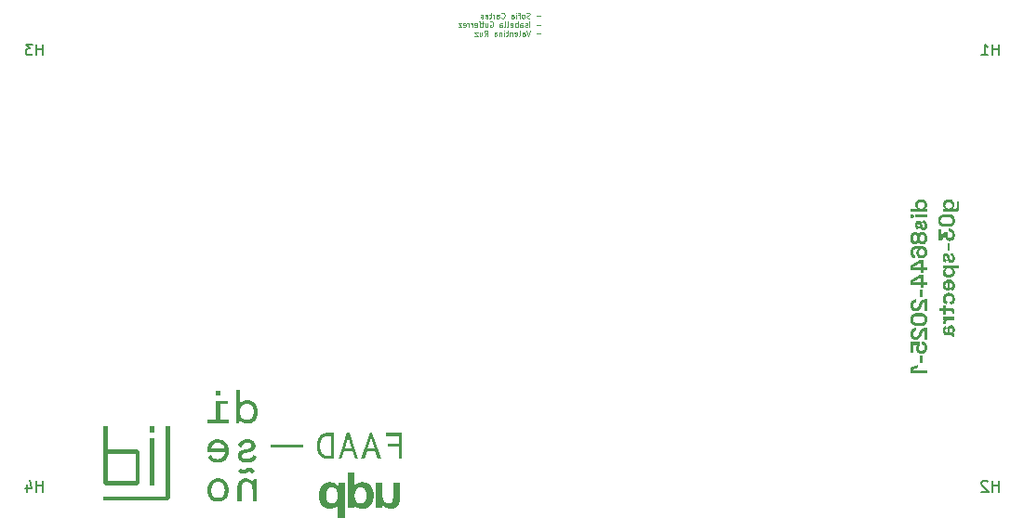
<source format=gbr>
%TF.GenerationSoftware,KiCad,Pcbnew,9.0.2*%
%TF.CreationDate,2025-06-20T15:17:17-04:00*%
%TF.ProjectId,proyecto_spectra,70726f79-6563-4746-9f5f-737065637472,rev?*%
%TF.SameCoordinates,Original*%
%TF.FileFunction,Legend,Bot*%
%TF.FilePolarity,Positive*%
%FSLAX46Y46*%
G04 Gerber Fmt 4.6, Leading zero omitted, Abs format (unit mm)*
G04 Created by KiCad (PCBNEW 9.0.2) date 2025-06-20 15:17:17*
%MOMM*%
%LPD*%
G01*
G04 APERTURE LIST*
%ADD10C,0.000000*%
%ADD11C,0.300000*%
%ADD12C,0.100000*%
%ADD13C,0.150000*%
G04 APERTURE END LIST*
D10*
G36*
X63578722Y-96982532D02*
G01*
X63369834Y-97191420D01*
X60457169Y-97191420D01*
X60248280Y-96982532D01*
X60248280Y-96982400D01*
X60248280Y-96982399D01*
X60248280Y-96982398D01*
X60249167Y-94283121D01*
X60646874Y-94283121D01*
X60646874Y-96794414D01*
X63181847Y-96794414D01*
X63181847Y-94283121D01*
X60646874Y-94283121D01*
X60249167Y-94283121D01*
X60250000Y-91750000D01*
X60249999Y-91749867D01*
X60646874Y-91749867D01*
X60646874Y-93886246D01*
X63369834Y-93886246D01*
X63578722Y-94095134D01*
X63578722Y-96794414D01*
X63578722Y-96982532D01*
G37*
G36*
X64916720Y-97191287D02*
G01*
X64519845Y-97191287D01*
X64519845Y-92852122D01*
X64916720Y-92852122D01*
X64916720Y-97191287D01*
G37*
G36*
X64916720Y-92349413D02*
G01*
X64519845Y-92349413D01*
X64519845Y-91749867D01*
X64916720Y-91749867D01*
X64916720Y-92349413D01*
G37*
G36*
X66308031Y-98370139D02*
G01*
X66091734Y-98581145D01*
X60248280Y-98581145D01*
X60248280Y-98184270D01*
X65910891Y-98184270D01*
X65910891Y-91749867D01*
X66307766Y-91749867D01*
X66308031Y-98370139D01*
G37*
G36*
X70952438Y-89000000D02*
G01*
X70500000Y-89000000D01*
X70500000Y-88523750D01*
X70952438Y-88523750D01*
X70952438Y-89000000D01*
G37*
G36*
X72785352Y-95620010D02*
G01*
X72785285Y-95619875D01*
X72785523Y-95619875D01*
X72785352Y-95620010D01*
G37*
G36*
X73559312Y-95591364D02*
G01*
X73585178Y-95592703D01*
X73610885Y-95595086D01*
X73636382Y-95598515D01*
X73661616Y-95602993D01*
X73686536Y-95608521D01*
X73711090Y-95615100D01*
X73735226Y-95622733D01*
X73758892Y-95631420D01*
X73782035Y-95641163D01*
X73804604Y-95651965D01*
X73826547Y-95663827D01*
X73847812Y-95676750D01*
X73868347Y-95690736D01*
X73888100Y-95705787D01*
X73907018Y-95721904D01*
X73925051Y-95739089D01*
X73942146Y-95757344D01*
X73958251Y-95776671D01*
X73973314Y-95797070D01*
X73987283Y-95818544D01*
X74000106Y-95841095D01*
X74011731Y-95864724D01*
X74022107Y-95889432D01*
X73773504Y-96073265D01*
X73738500Y-96061596D01*
X73723586Y-96035570D01*
X73708534Y-96012587D01*
X73693350Y-95992516D01*
X73678036Y-95975223D01*
X73662595Y-95960576D01*
X73647031Y-95948440D01*
X73631347Y-95938684D01*
X73615546Y-95931175D01*
X73599631Y-95925779D01*
X73583605Y-95922363D01*
X73567472Y-95920795D01*
X73551236Y-95920942D01*
X73534898Y-95922670D01*
X73518463Y-95925847D01*
X73501934Y-95930340D01*
X73485313Y-95936016D01*
X73468605Y-95942741D01*
X73451812Y-95950384D01*
X73417984Y-95967888D01*
X73349455Y-96008052D01*
X73314806Y-96028584D01*
X73279933Y-96047998D01*
X73244864Y-96065230D01*
X73227264Y-96072696D01*
X73209624Y-96079218D01*
X73182781Y-96087822D01*
X73156148Y-96095375D01*
X73129734Y-96101879D01*
X73103550Y-96107337D01*
X73077604Y-96111750D01*
X73051906Y-96115120D01*
X73026465Y-96117451D01*
X73001291Y-96118743D01*
X72976392Y-96119000D01*
X72951779Y-96118224D01*
X72927460Y-96116416D01*
X72903446Y-96113579D01*
X72879745Y-96109716D01*
X72856366Y-96104828D01*
X72833320Y-96098918D01*
X72810616Y-96091988D01*
X72788262Y-96084039D01*
X72766269Y-96075076D01*
X72744645Y-96065099D01*
X72723400Y-96054110D01*
X72702544Y-96042113D01*
X72682086Y-96029109D01*
X72662034Y-96015101D01*
X72642399Y-96000090D01*
X72623191Y-95984079D01*
X72604417Y-95967070D01*
X72586088Y-95949066D01*
X72568213Y-95930069D01*
X72550802Y-95910080D01*
X72533863Y-95889102D01*
X72517406Y-95867138D01*
X72501441Y-95844189D01*
X72785352Y-95620010D01*
X72800766Y-95650985D01*
X72816353Y-95678562D01*
X72832048Y-95702758D01*
X72847847Y-95723729D01*
X72863750Y-95741627D01*
X72879756Y-95756607D01*
X72895864Y-95768824D01*
X72912072Y-95778429D01*
X72928379Y-95785579D01*
X72944783Y-95790426D01*
X72961285Y-95793125D01*
X72977882Y-95793828D01*
X72994573Y-95792692D01*
X73011357Y-95789868D01*
X73028232Y-95785512D01*
X73045198Y-95779776D01*
X73062254Y-95772816D01*
X73079398Y-95764784D01*
X73113944Y-95746123D01*
X73148828Y-95725025D01*
X73184040Y-95702720D01*
X73219570Y-95680441D01*
X73255409Y-95659418D01*
X73291546Y-95640882D01*
X73309723Y-95632932D01*
X73327972Y-95626066D01*
X73352924Y-95618075D01*
X73378185Y-95611114D01*
X73403704Y-95605185D01*
X73429428Y-95600288D01*
X73455306Y-95596427D01*
X73481285Y-95593602D01*
X73507314Y-95591816D01*
X73533340Y-95591069D01*
X73559312Y-95591364D01*
G37*
G36*
X71571563Y-89785812D02*
G01*
X70881000Y-89785812D01*
X70881000Y-91166937D01*
X71643000Y-91166937D01*
X71643000Y-91500313D01*
X69738001Y-91500313D01*
X69738001Y-91166937D01*
X70523813Y-91166937D01*
X70523813Y-89476250D01*
X71571563Y-89476250D01*
X71571563Y-89785812D01*
G37*
G36*
X73279441Y-96546407D02*
G01*
X73323552Y-96550899D01*
X73367375Y-96557863D01*
X73410777Y-96567297D01*
X73453620Y-96579200D01*
X73495771Y-96593572D01*
X73537094Y-96610412D01*
X73577452Y-96629717D01*
X73616711Y-96651489D01*
X73654736Y-96675725D01*
X73691391Y-96702424D01*
X73726541Y-96731586D01*
X73760050Y-96763209D01*
X73791782Y-96797293D01*
X73821604Y-96833836D01*
X73845606Y-96794842D01*
X73871551Y-96754410D01*
X73897853Y-96714587D01*
X73922926Y-96677418D01*
X73963050Y-96619223D01*
X73979243Y-96596188D01*
X74214511Y-96596188D01*
X74214511Y-98620250D01*
X73835654Y-98620250D01*
X73835654Y-97532971D01*
X73833519Y-97461152D01*
X73830852Y-97426464D01*
X73827117Y-97392621D01*
X73822315Y-97359647D01*
X73816448Y-97327564D01*
X73809513Y-97296397D01*
X73801513Y-97266167D01*
X73792447Y-97236899D01*
X73782314Y-97208616D01*
X73771117Y-97181340D01*
X73758853Y-97155095D01*
X73745525Y-97129905D01*
X73731131Y-97105791D01*
X73715673Y-97082778D01*
X73699149Y-97060889D01*
X73681561Y-97040147D01*
X73662909Y-97020575D01*
X73643192Y-97002196D01*
X73622412Y-96985033D01*
X73600567Y-96969111D01*
X73577659Y-96954451D01*
X73553687Y-96941077D01*
X73528652Y-96929013D01*
X73502554Y-96918281D01*
X73475392Y-96908904D01*
X73447168Y-96900907D01*
X73417881Y-96894312D01*
X73387532Y-96889141D01*
X73356120Y-96885420D01*
X73323646Y-96883170D01*
X73290110Y-96882415D01*
X73247194Y-96883970D01*
X73204657Y-96888650D01*
X73162830Y-96896476D01*
X73142286Y-96901575D01*
X73122043Y-96907470D01*
X73102141Y-96914161D01*
X73082624Y-96921653D01*
X73063530Y-96929948D01*
X73044903Y-96939048D01*
X73026782Y-96948956D01*
X73009210Y-96959676D01*
X72992227Y-96971208D01*
X72975875Y-96983558D01*
X72960195Y-96996726D01*
X72945227Y-97010716D01*
X72931014Y-97025530D01*
X72917596Y-97041172D01*
X72905015Y-97057643D01*
X72893312Y-97074947D01*
X72882528Y-97093086D01*
X72872704Y-97112063D01*
X72863881Y-97131881D01*
X72856101Y-97152542D01*
X72849405Y-97174049D01*
X72843834Y-97196405D01*
X72839430Y-97219612D01*
X72836233Y-97243674D01*
X72834284Y-97268592D01*
X72833625Y-97294370D01*
X72833625Y-98620250D01*
X72476438Y-98620250D01*
X72476318Y-98620369D01*
X72476197Y-98620487D01*
X72476197Y-97272225D01*
X72476772Y-97244693D01*
X72478462Y-97217642D01*
X72481217Y-97191070D01*
X72484986Y-97164978D01*
X72489717Y-97139367D01*
X72495360Y-97114235D01*
X72501864Y-97089584D01*
X72509178Y-97065412D01*
X72517251Y-97041721D01*
X72526033Y-97018509D01*
X72535471Y-96995777D01*
X72545515Y-96973526D01*
X72556115Y-96951754D01*
X72567219Y-96930463D01*
X72578777Y-96909651D01*
X72590737Y-96889320D01*
X72616860Y-96849153D01*
X72645133Y-96811476D01*
X72675421Y-96776288D01*
X72707589Y-96743587D01*
X72741500Y-96713373D01*
X72777020Y-96685645D01*
X72814013Y-96660401D01*
X72852343Y-96637640D01*
X72891876Y-96617362D01*
X72932476Y-96599565D01*
X72974008Y-96584249D01*
X73016335Y-96571413D01*
X73059324Y-96561055D01*
X73102838Y-96553174D01*
X73146742Y-96547770D01*
X73190901Y-96544842D01*
X73235179Y-96544388D01*
X73279441Y-96546407D01*
G37*
G36*
X73465425Y-92978971D02*
G01*
X73532343Y-92987731D01*
X73597705Y-93000954D01*
X73661068Y-93018657D01*
X73721991Y-93040852D01*
X73780030Y-93067555D01*
X73834743Y-93098781D01*
X73885686Y-93134543D01*
X73932418Y-93174856D01*
X73974496Y-93219735D01*
X74011477Y-93269195D01*
X74042919Y-93323249D01*
X74068378Y-93381912D01*
X74087412Y-93445200D01*
X74099579Y-93513126D01*
X74104436Y-93585704D01*
X74101540Y-93662951D01*
X74090449Y-93744879D01*
X74086512Y-93763312D01*
X74081516Y-93781287D01*
X74075506Y-93798808D01*
X74068525Y-93815876D01*
X74060616Y-93832493D01*
X74051825Y-93848664D01*
X74042193Y-93864389D01*
X74031766Y-93879673D01*
X74020587Y-93894517D01*
X74008700Y-93908924D01*
X73982975Y-93936438D01*
X73954943Y-93962236D01*
X73924953Y-93986338D01*
X73893355Y-94008767D01*
X73860501Y-94029541D01*
X73826739Y-94048684D01*
X73792421Y-94066215D01*
X73757896Y-94082155D01*
X73723515Y-94096525D01*
X73689628Y-94109347D01*
X73656585Y-94120641D01*
X73633563Y-94127565D01*
X73608219Y-94134261D01*
X73551434Y-94147180D01*
X73419562Y-94172581D01*
X73274875Y-94200170D01*
X73202073Y-94215824D01*
X73131282Y-94233273D01*
X73113586Y-94238379D01*
X73096157Y-94244174D01*
X73079034Y-94250636D01*
X73062258Y-94257745D01*
X73045872Y-94265482D01*
X73029916Y-94273824D01*
X73014431Y-94282753D01*
X72999458Y-94292246D01*
X72985038Y-94302285D01*
X72971212Y-94312848D01*
X72958022Y-94323915D01*
X72945508Y-94335465D01*
X72933712Y-94347478D01*
X72922675Y-94359934D01*
X72912437Y-94372811D01*
X72903039Y-94386090D01*
X72894524Y-94399750D01*
X72886931Y-94413770D01*
X72880303Y-94428130D01*
X72874679Y-94442809D01*
X72870102Y-94457788D01*
X72866611Y-94473045D01*
X72864249Y-94488559D01*
X72863057Y-94504312D01*
X72863074Y-94520281D01*
X72864343Y-94536447D01*
X72866905Y-94552788D01*
X72870800Y-94569285D01*
X72876070Y-94585918D01*
X72882756Y-94602664D01*
X72890898Y-94619505D01*
X72900539Y-94636419D01*
X72916081Y-94658495D01*
X72934196Y-94678503D01*
X72954712Y-94696493D01*
X72977455Y-94712519D01*
X73002253Y-94726632D01*
X73028933Y-94738883D01*
X73057322Y-94749326D01*
X73087247Y-94758012D01*
X73118536Y-94764993D01*
X73151015Y-94770321D01*
X73184512Y-94774047D01*
X73218855Y-94776225D01*
X73289384Y-94776141D01*
X73361220Y-94770484D01*
X73432981Y-94759670D01*
X73503285Y-94744116D01*
X73570748Y-94724235D01*
X73633989Y-94700446D01*
X73691625Y-94673162D01*
X73717909Y-94658340D01*
X73742274Y-94642801D01*
X73764546Y-94626596D01*
X73784554Y-94609777D01*
X73802123Y-94592397D01*
X73817082Y-94574507D01*
X73833092Y-94552433D01*
X73848235Y-94530256D01*
X73862468Y-94507873D01*
X73869230Y-94496572D01*
X73875749Y-94485180D01*
X73882020Y-94473685D01*
X73888037Y-94462074D01*
X73893796Y-94450334D01*
X73899290Y-94438452D01*
X73904515Y-94426414D01*
X73909466Y-94414210D01*
X73914137Y-94401824D01*
X73918522Y-94389245D01*
X73918763Y-94389243D01*
X74244994Y-94556408D01*
X74232712Y-94583536D01*
X74217104Y-94614360D01*
X74194958Y-94653950D01*
X74181380Y-94676389D01*
X74166103Y-94700248D01*
X74149107Y-94725270D01*
X74130370Y-94751198D01*
X74109871Y-94777774D01*
X74087588Y-94804743D01*
X74063500Y-94831846D01*
X74037587Y-94858826D01*
X73995311Y-94897446D01*
X73949004Y-94933048D01*
X73899032Y-94965594D01*
X73845761Y-94995049D01*
X73789556Y-95021376D01*
X73730783Y-95044538D01*
X73669809Y-95064498D01*
X73606998Y-95081221D01*
X73542716Y-95094669D01*
X73477330Y-95104805D01*
X73411204Y-95111594D01*
X73344705Y-95114997D01*
X73278198Y-95114980D01*
X73212050Y-95111505D01*
X73146625Y-95104536D01*
X73082289Y-95094035D01*
X73019409Y-95079967D01*
X72958350Y-95062294D01*
X72899478Y-95040981D01*
X72843158Y-95015990D01*
X72789756Y-94987284D01*
X72739639Y-94954828D01*
X72693171Y-94918585D01*
X72650718Y-94878517D01*
X72612646Y-94834589D01*
X72579321Y-94786763D01*
X72551109Y-94735004D01*
X72528375Y-94679274D01*
X72511486Y-94619536D01*
X72500806Y-94555755D01*
X72496701Y-94487894D01*
X72499538Y-94415915D01*
X72505827Y-94366556D01*
X72515733Y-94320666D01*
X72529073Y-94278091D01*
X72545665Y-94238676D01*
X72565324Y-94202265D01*
X72587870Y-94168706D01*
X72613119Y-94137843D01*
X72640888Y-94109522D01*
X72670995Y-94083588D01*
X72703257Y-94059887D01*
X72737491Y-94038265D01*
X72773515Y-94018566D01*
X72850202Y-93984321D01*
X72931854Y-93955916D01*
X73017012Y-93932116D01*
X73104213Y-93911684D01*
X73278899Y-93875980D01*
X73363461Y-93858236D01*
X73444220Y-93838915D01*
X73519715Y-93816781D01*
X73588484Y-93790598D01*
X73613081Y-93778710D01*
X73635507Y-93765741D01*
X73655800Y-93751779D01*
X73673998Y-93736913D01*
X73690138Y-93721231D01*
X73704260Y-93704821D01*
X73716399Y-93687772D01*
X73726595Y-93670171D01*
X73734885Y-93652108D01*
X73741307Y-93633670D01*
X73745898Y-93614945D01*
X73748697Y-93596023D01*
X73749742Y-93576991D01*
X73749070Y-93557937D01*
X73746719Y-93538951D01*
X73742727Y-93520119D01*
X73737132Y-93501531D01*
X73729972Y-93483275D01*
X73721284Y-93465439D01*
X73711107Y-93448111D01*
X73699478Y-93431380D01*
X73686435Y-93415334D01*
X73672015Y-93400061D01*
X73656258Y-93385649D01*
X73639200Y-93372188D01*
X73620880Y-93359764D01*
X73601335Y-93348467D01*
X73580603Y-93338384D01*
X73558723Y-93329605D01*
X73535731Y-93322217D01*
X73511665Y-93316308D01*
X73486565Y-93311968D01*
X73454989Y-93308080D01*
X73424233Y-93305211D01*
X73394278Y-93303360D01*
X73365109Y-93302526D01*
X73336707Y-93302709D01*
X73309058Y-93303907D01*
X73282142Y-93306119D01*
X73255945Y-93309345D01*
X73230448Y-93313583D01*
X73205635Y-93318834D01*
X73181489Y-93325095D01*
X73157993Y-93332365D01*
X73135130Y-93340645D01*
X73112884Y-93349933D01*
X73091237Y-93360228D01*
X73070173Y-93371529D01*
X73049675Y-93383835D01*
X73029726Y-93397146D01*
X73010309Y-93411460D01*
X72991407Y-93426777D01*
X72973003Y-93443096D01*
X72955080Y-93460415D01*
X72937622Y-93478734D01*
X72920612Y-93498051D01*
X72904033Y-93518367D01*
X72887867Y-93539680D01*
X72872099Y-93561989D01*
X72856710Y-93585293D01*
X72827007Y-93634883D01*
X72798621Y-93688443D01*
X72505252Y-93527233D01*
X72508935Y-93515754D01*
X72513816Y-93502105D01*
X72520967Y-93483804D01*
X72530575Y-93461318D01*
X72542822Y-93435111D01*
X72557894Y-93405651D01*
X72566546Y-93389847D01*
X72575974Y-93373403D01*
X72613110Y-93316943D01*
X72655330Y-93264729D01*
X72702191Y-93216776D01*
X72753250Y-93173098D01*
X72808066Y-93133710D01*
X72866196Y-93098627D01*
X72927196Y-93067863D01*
X72990624Y-93041432D01*
X73056037Y-93019349D01*
X73122994Y-93001628D01*
X73191050Y-92988285D01*
X73259764Y-92979333D01*
X73328693Y-92974787D01*
X73397394Y-92974662D01*
X73465425Y-92978971D01*
G37*
G36*
X71664633Y-97622400D02*
G01*
X71660383Y-97722161D01*
X71648632Y-97821047D01*
X71629330Y-97918275D01*
X71602426Y-98013059D01*
X71567871Y-98104613D01*
X71525614Y-98192153D01*
X71475605Y-98274892D01*
X71417794Y-98352046D01*
X71352130Y-98422828D01*
X71278563Y-98486455D01*
X71197043Y-98542139D01*
X71107521Y-98589097D01*
X71009944Y-98626542D01*
X70904264Y-98653690D01*
X70790430Y-98669755D01*
X70668392Y-98673951D01*
X70538099Y-98665493D01*
X70433193Y-98647544D01*
X70335356Y-98618518D01*
X70244623Y-98579213D01*
X70161029Y-98530427D01*
X70084610Y-98472958D01*
X70015402Y-98407605D01*
X69953439Y-98335164D01*
X69898756Y-98256435D01*
X69851390Y-98172215D01*
X69811375Y-98083303D01*
X69778746Y-97990495D01*
X69753540Y-97894592D01*
X69735791Y-97796389D01*
X69725535Y-97696687D01*
X69723820Y-97633594D01*
X70087455Y-97633594D01*
X70088101Y-97682417D01*
X70090835Y-97730406D01*
X70095682Y-97777446D01*
X70102663Y-97823422D01*
X70111802Y-97868219D01*
X70123123Y-97911721D01*
X70136647Y-97953814D01*
X70152399Y-97994381D01*
X70170401Y-98033307D01*
X70190677Y-98070478D01*
X70213249Y-98105778D01*
X70238141Y-98139091D01*
X70265375Y-98170303D01*
X70294976Y-98199298D01*
X70326966Y-98225961D01*
X70361368Y-98250176D01*
X70398205Y-98271829D01*
X70437500Y-98290803D01*
X70479277Y-98306985D01*
X70523559Y-98320257D01*
X70570368Y-98330506D01*
X70619728Y-98337615D01*
X70671662Y-98341470D01*
X70726193Y-98341956D01*
X70783344Y-98338956D01*
X70843139Y-98332356D01*
X70898610Y-98321108D01*
X70950462Y-98303493D01*
X70998703Y-98279928D01*
X71043340Y-98250832D01*
X71084383Y-98216623D01*
X71121839Y-98177718D01*
X71155717Y-98134535D01*
X71186024Y-98087493D01*
X71212769Y-98037009D01*
X71235960Y-97983501D01*
X71255606Y-97927387D01*
X71271714Y-97869085D01*
X71284292Y-97809013D01*
X71293350Y-97747589D01*
X71298894Y-97685231D01*
X71300934Y-97622357D01*
X71299478Y-97559384D01*
X71294533Y-97496730D01*
X71286108Y-97434815D01*
X71274211Y-97374054D01*
X71258850Y-97314867D01*
X71240033Y-97257671D01*
X71217770Y-97202885D01*
X71192067Y-97150925D01*
X71162933Y-97102211D01*
X71130376Y-97057159D01*
X71094405Y-97016188D01*
X71055027Y-96979717D01*
X71012252Y-96948161D01*
X70966086Y-96921941D01*
X70916538Y-96901473D01*
X70863617Y-96887176D01*
X70863617Y-96887413D01*
X70830590Y-96881348D01*
X70797919Y-96876633D01*
X70765634Y-96873260D01*
X70733763Y-96871224D01*
X70702334Y-96870517D01*
X70671378Y-96871133D01*
X70640921Y-96873065D01*
X70610994Y-96876307D01*
X70581624Y-96880852D01*
X70552840Y-96886692D01*
X70524672Y-96893822D01*
X70497148Y-96902235D01*
X70470297Y-96911924D01*
X70444147Y-96922883D01*
X70418727Y-96935104D01*
X70394066Y-96948582D01*
X70370192Y-96963309D01*
X70347135Y-96979278D01*
X70324923Y-96996484D01*
X70303585Y-97014919D01*
X70283150Y-97034578D01*
X70263646Y-97055452D01*
X70245101Y-97077535D01*
X70227546Y-97100822D01*
X70211008Y-97125304D01*
X70195516Y-97150976D01*
X70181099Y-97177831D01*
X70167786Y-97205861D01*
X70155605Y-97235062D01*
X70144586Y-97265424D01*
X70134756Y-97296943D01*
X70126145Y-97329612D01*
X70114745Y-97381014D01*
X70105294Y-97432275D01*
X70097817Y-97483279D01*
X70092336Y-97533910D01*
X70088874Y-97584053D01*
X70087455Y-97633594D01*
X69723820Y-97633594D01*
X69722806Y-97596281D01*
X69727641Y-97495972D01*
X69740075Y-97396556D01*
X69760142Y-97298832D01*
X69787879Y-97203597D01*
X69823320Y-97111651D01*
X69866501Y-97023790D01*
X69917457Y-96940813D01*
X69976224Y-96863518D01*
X70042837Y-96792703D01*
X70117331Y-96729166D01*
X70199741Y-96673706D01*
X70290103Y-96627119D01*
X70388452Y-96590204D01*
X70494823Y-96563760D01*
X70609253Y-96548584D01*
X70731775Y-96545475D01*
X70862425Y-96555229D01*
X70964662Y-96573848D01*
X71060151Y-96603374D01*
X71148842Y-96643021D01*
X71230686Y-96692004D01*
X71305631Y-96749539D01*
X71373628Y-96814838D01*
X71434626Y-96887118D01*
X71488575Y-96965593D01*
X71535426Y-97049477D01*
X71575127Y-97137986D01*
X71607628Y-97230333D01*
X71632879Y-97325733D01*
X71650831Y-97423401D01*
X71661432Y-97522552D01*
X71664631Y-97622357D01*
X71664633Y-97622400D01*
G37*
G36*
X71659432Y-93836317D02*
G01*
X71669633Y-93925199D01*
X71673717Y-94014838D01*
X71671725Y-94104656D01*
X71663696Y-94194077D01*
X71649666Y-94282524D01*
X71629677Y-94369422D01*
X71603765Y-94454193D01*
X71571971Y-94536261D01*
X71534333Y-94615051D01*
X71490889Y-94689984D01*
X71441678Y-94760486D01*
X71386740Y-94825978D01*
X71326112Y-94885886D01*
X71259834Y-94939632D01*
X71187944Y-94986640D01*
X71110482Y-95026333D01*
X71027485Y-95058135D01*
X70938993Y-95081470D01*
X70845045Y-95095762D01*
X70759868Y-95102799D01*
X70676126Y-95106649D01*
X70594061Y-95106874D01*
X70513913Y-95103032D01*
X70474634Y-95099449D01*
X70435924Y-95094683D01*
X70397814Y-95088681D01*
X70360334Y-95081388D01*
X70323515Y-95072747D01*
X70287385Y-95062705D01*
X70251976Y-95051206D01*
X70217318Y-95038195D01*
X70183440Y-95023617D01*
X70150373Y-95007417D01*
X70118146Y-94989541D01*
X70086791Y-94969932D01*
X70056337Y-94948537D01*
X70026814Y-94925299D01*
X69998253Y-94900164D01*
X69970683Y-94873078D01*
X69944135Y-94843984D01*
X69918639Y-94812828D01*
X69894224Y-94779555D01*
X69870922Y-94744110D01*
X69848762Y-94706437D01*
X69827774Y-94666483D01*
X69807989Y-94624191D01*
X69789436Y-94579507D01*
X69784673Y-94546883D01*
X70057089Y-94407343D01*
X70085864Y-94464279D01*
X70118235Y-94516407D01*
X70153911Y-94563788D01*
X70192599Y-94606481D01*
X70234005Y-94644548D01*
X70277837Y-94678047D01*
X70323802Y-94707040D01*
X70371607Y-94731587D01*
X70420959Y-94751748D01*
X70471567Y-94767583D01*
X70523135Y-94779152D01*
X70575373Y-94786517D01*
X70627986Y-94789736D01*
X70680683Y-94788870D01*
X70733170Y-94783981D01*
X70785155Y-94775126D01*
X70836344Y-94762368D01*
X70886446Y-94745767D01*
X70935166Y-94725382D01*
X70982213Y-94701273D01*
X71027292Y-94673502D01*
X71070113Y-94642128D01*
X71110381Y-94607212D01*
X71147804Y-94568813D01*
X71182089Y-94526993D01*
X71212944Y-94481811D01*
X71240074Y-94433328D01*
X71263189Y-94381603D01*
X71281994Y-94326698D01*
X71296197Y-94268672D01*
X71305505Y-94207586D01*
X71309625Y-94143500D01*
X69721334Y-94143500D01*
X69715731Y-94087697D01*
X69712067Y-94025486D01*
X69710797Y-93947106D01*
X69711756Y-93903425D01*
X69714148Y-93857587D01*
X69718253Y-93810221D01*
X69718265Y-93810125D01*
X70095188Y-93810125D01*
X71285812Y-93810125D01*
X71275749Y-93750213D01*
X71260187Y-93693946D01*
X71239501Y-93641344D01*
X71214065Y-93592432D01*
X71184253Y-93547229D01*
X71150442Y-93505760D01*
X71113006Y-93468045D01*
X71072319Y-93434107D01*
X71028757Y-93403968D01*
X70982693Y-93377650D01*
X70934504Y-93355175D01*
X70884563Y-93336565D01*
X70833246Y-93321843D01*
X70780928Y-93311030D01*
X70727982Y-93304149D01*
X70674785Y-93301222D01*
X70621710Y-93302270D01*
X70569133Y-93307317D01*
X70517428Y-93316383D01*
X70466970Y-93329491D01*
X70418135Y-93346664D01*
X70371296Y-93367923D01*
X70326829Y-93393290D01*
X70285108Y-93422788D01*
X70246508Y-93456439D01*
X70211405Y-93494265D01*
X70180172Y-93536287D01*
X70153185Y-93582528D01*
X70130818Y-93633010D01*
X70113446Y-93687756D01*
X70101445Y-93746787D01*
X70095188Y-93810125D01*
X69718265Y-93810125D01*
X69724348Y-93761956D01*
X69732711Y-93713421D01*
X69743622Y-93665243D01*
X69757358Y-93618052D01*
X69774198Y-93572476D01*
X69791230Y-93526257D01*
X69810224Y-93481981D01*
X69831112Y-93439638D01*
X69853824Y-93399221D01*
X69878292Y-93360718D01*
X69904448Y-93324123D01*
X69932224Y-93289424D01*
X69961550Y-93256614D01*
X69992359Y-93225683D01*
X70024582Y-93196622D01*
X70058150Y-93169421D01*
X70092996Y-93144073D01*
X70129050Y-93120566D01*
X70166244Y-93098894D01*
X70204510Y-93079046D01*
X70243780Y-93061013D01*
X70325055Y-93030357D01*
X70409521Y-93006852D01*
X70496632Y-92990427D01*
X70585839Y-92981007D01*
X70676595Y-92978520D01*
X70768351Y-92982894D01*
X70860562Y-92994055D01*
X70952678Y-93011930D01*
X71045908Y-93038526D01*
X71132518Y-93073373D01*
X71212547Y-93115893D01*
X71286035Y-93165510D01*
X71353019Y-93221648D01*
X71413539Y-93283730D01*
X71467633Y-93351180D01*
X71515341Y-93423421D01*
X71556700Y-93499876D01*
X71591750Y-93579970D01*
X71620530Y-93663126D01*
X71643078Y-93748767D01*
X71654539Y-93810125D01*
X71659432Y-93836317D01*
G37*
G36*
X74302498Y-90466314D02*
G01*
X74298741Y-90573947D01*
X74286563Y-90680723D01*
X74266007Y-90785671D01*
X74237118Y-90887818D01*
X74199942Y-90986192D01*
X74154522Y-91079821D01*
X74100904Y-91167734D01*
X74039132Y-91248957D01*
X73969250Y-91322518D01*
X73891304Y-91387446D01*
X73805339Y-91442769D01*
X73711397Y-91487513D01*
X73609525Y-91520708D01*
X73499767Y-91541380D01*
X73382168Y-91548558D01*
X73256772Y-91541270D01*
X73212809Y-91535153D01*
X73171139Y-91527285D01*
X73131537Y-91517718D01*
X73093779Y-91506504D01*
X73057642Y-91493692D01*
X73022900Y-91479337D01*
X72989329Y-91463488D01*
X72956705Y-91446199D01*
X72924804Y-91427519D01*
X72893402Y-91407501D01*
X72862273Y-91386197D01*
X72831195Y-91363659D01*
X72799942Y-91339936D01*
X72768290Y-91315083D01*
X72702893Y-91262187D01*
X72588832Y-91503646D01*
X72357375Y-91500313D01*
X72357373Y-91500313D01*
X72357218Y-90508076D01*
X72682624Y-90508076D01*
X72688203Y-90583277D01*
X72699718Y-90657514D01*
X72717159Y-90730087D01*
X72740514Y-90800296D01*
X72769770Y-90867440D01*
X72804917Y-90930820D01*
X72845941Y-90989737D01*
X72892833Y-91043489D01*
X72945579Y-91091377D01*
X73004168Y-91132701D01*
X73068589Y-91166762D01*
X73138830Y-91192859D01*
X73214878Y-91210292D01*
X73296723Y-91218361D01*
X73384352Y-91216367D01*
X73477754Y-91203609D01*
X73534693Y-91189119D01*
X73588028Y-91168349D01*
X73637737Y-91141724D01*
X73683800Y-91109674D01*
X73726197Y-91072625D01*
X73764908Y-91031006D01*
X73799911Y-90985242D01*
X73831187Y-90935763D01*
X73858714Y-90882995D01*
X73882474Y-90827366D01*
X73902444Y-90769303D01*
X73918605Y-90709233D01*
X73930936Y-90647586D01*
X73939417Y-90584786D01*
X73944027Y-90521264D01*
X73944746Y-90457444D01*
X73941553Y-90393756D01*
X73934428Y-90330627D01*
X73923351Y-90268483D01*
X73908301Y-90207754D01*
X73889257Y-90148865D01*
X73866200Y-90092245D01*
X73839108Y-90038320D01*
X73807961Y-89987520D01*
X73772740Y-89940270D01*
X73733422Y-89896998D01*
X73689989Y-89858133D01*
X73642419Y-89824101D01*
X73590691Y-89795330D01*
X73534787Y-89772247D01*
X73474684Y-89755279D01*
X73410364Y-89744855D01*
X73319355Y-89740294D01*
X73234472Y-89745968D01*
X73155701Y-89761176D01*
X73083032Y-89785219D01*
X73016452Y-89817397D01*
X72955950Y-89857010D01*
X72901514Y-89903358D01*
X72853132Y-89955741D01*
X72810793Y-90013460D01*
X72774484Y-90075813D01*
X72744195Y-90142102D01*
X72719913Y-90211626D01*
X72701626Y-90283685D01*
X72689324Y-90357580D01*
X72682994Y-90432610D01*
X72682624Y-90508076D01*
X72357218Y-90508076D01*
X72356897Y-88454456D01*
X72714561Y-88452313D01*
X72714561Y-89690562D01*
X72764453Y-89646378D01*
X72816780Y-89602434D01*
X72843851Y-89580982D01*
X72871524Y-89560108D01*
X72899797Y-89539983D01*
X72928666Y-89520779D01*
X72958129Y-89502670D01*
X72988184Y-89485826D01*
X73018829Y-89470421D01*
X73050061Y-89456627D01*
X73081878Y-89444616D01*
X73114277Y-89434561D01*
X73147255Y-89426633D01*
X73180811Y-89421005D01*
X73317875Y-89410127D01*
X73445803Y-89413947D01*
X73564640Y-89431492D01*
X73674429Y-89461791D01*
X73775217Y-89503872D01*
X73867046Y-89556763D01*
X73949963Y-89619491D01*
X74024012Y-89691083D01*
X74089236Y-89770569D01*
X74145682Y-89856976D01*
X74193394Y-89949332D01*
X74232415Y-90046664D01*
X74262792Y-90148000D01*
X74284568Y-90252369D01*
X74297789Y-90358797D01*
X74302110Y-90457444D01*
X74302498Y-90466314D01*
G37*
G36*
X78430514Y-93704397D02*
G01*
X75500149Y-93704397D01*
X75500149Y-93451984D01*
X78430514Y-93451984D01*
X78430514Y-93704397D01*
G37*
G36*
X81265156Y-94758815D02*
G01*
X80573640Y-94758815D01*
X80527996Y-94757596D01*
X80483114Y-94753954D01*
X80439040Y-94747914D01*
X80395817Y-94739501D01*
X80353492Y-94728740D01*
X80312109Y-94715655D01*
X80271714Y-94700272D01*
X80232351Y-94682615D01*
X80194066Y-94662709D01*
X80156903Y-94640578D01*
X80120908Y-94616248D01*
X80086125Y-94589743D01*
X80052600Y-94561088D01*
X80020378Y-94530307D01*
X79989504Y-94497426D01*
X79960022Y-94462469D01*
X79931978Y-94425461D01*
X79905417Y-94386427D01*
X79880384Y-94345391D01*
X79856924Y-94302378D01*
X79835082Y-94257414D01*
X79814903Y-94210522D01*
X79796432Y-94161728D01*
X79779714Y-94111056D01*
X79764794Y-94058531D01*
X79751717Y-94004178D01*
X79740529Y-93948022D01*
X79731273Y-93890087D01*
X79723997Y-93830398D01*
X79718743Y-93768980D01*
X79715558Y-93705858D01*
X79714486Y-93641056D01*
X79714486Y-93534375D01*
X79995234Y-93534375D01*
X79995234Y-93628911D01*
X79998511Y-93727377D01*
X80008158Y-93820596D01*
X80023896Y-93908413D01*
X80033963Y-93950250D01*
X80045449Y-93990678D01*
X80058319Y-94029681D01*
X80072538Y-94067238D01*
X80088072Y-94103331D01*
X80104885Y-94137941D01*
X80122944Y-94171047D01*
X80142214Y-94202633D01*
X80162660Y-94232677D01*
X80184246Y-94261162D01*
X80206939Y-94288068D01*
X80230704Y-94313377D01*
X80255506Y-94337068D01*
X80281310Y-94359124D01*
X80308082Y-94379525D01*
X80335786Y-94398251D01*
X80364389Y-94415285D01*
X80393856Y-94430607D01*
X80424151Y-94444197D01*
X80455240Y-94456037D01*
X80487089Y-94466108D01*
X80519662Y-94474390D01*
X80552925Y-94480865D01*
X80586844Y-94485514D01*
X80621383Y-94488317D01*
X80656508Y-94489256D01*
X80967260Y-94489256D01*
X80967260Y-92674030D01*
X80656508Y-92674030D01*
X80621383Y-92674968D01*
X80586844Y-92677771D01*
X80552925Y-92682420D01*
X80519662Y-92688895D01*
X80487089Y-92697178D01*
X80455240Y-92707248D01*
X80424151Y-92719089D01*
X80393856Y-92732679D01*
X80364389Y-92748001D01*
X80335786Y-92765034D01*
X80308082Y-92783761D01*
X80281310Y-92804162D01*
X80255506Y-92826217D01*
X80230704Y-92849909D01*
X80206939Y-92875217D01*
X80184246Y-92902124D01*
X80162660Y-92930609D01*
X80142214Y-92960653D01*
X80122944Y-92992238D01*
X80104885Y-93025345D01*
X80088072Y-93059955D01*
X80072538Y-93096048D01*
X80058319Y-93133605D01*
X80045449Y-93172607D01*
X80033963Y-93213036D01*
X80023896Y-93254873D01*
X80015283Y-93298097D01*
X80008158Y-93342691D01*
X80002556Y-93388634D01*
X79998511Y-93435909D01*
X79996059Y-93484495D01*
X79995234Y-93534375D01*
X79714486Y-93534375D01*
X79714486Y-93517946D01*
X79718743Y-93389983D01*
X79731274Y-93268847D01*
X79751717Y-93154736D01*
X79764794Y-93100376D01*
X79779714Y-93047846D01*
X79796432Y-92997171D01*
X79814903Y-92948375D01*
X79835082Y-92901483D01*
X79856924Y-92856520D01*
X79880384Y-92813510D01*
X79905418Y-92772477D01*
X79931979Y-92733447D01*
X79960022Y-92696444D01*
X79989504Y-92661493D01*
X80020379Y-92628619D01*
X80052601Y-92597845D01*
X80086126Y-92569197D01*
X80120908Y-92542699D01*
X80156904Y-92518376D01*
X80194066Y-92496253D01*
X80232352Y-92476354D01*
X80271715Y-92458703D01*
X80312110Y-92443326D01*
X80353493Y-92430248D01*
X80395818Y-92419491D01*
X80439040Y-92411083D01*
X80483115Y-92405046D01*
X80527997Y-92401406D01*
X80573641Y-92400187D01*
X80573640Y-92399949D01*
X81265156Y-92399949D01*
X81265156Y-94489256D01*
X81265156Y-94758815D01*
G37*
G36*
X83483527Y-94758815D02*
G01*
X83172060Y-94758815D01*
X82935126Y-94033724D01*
X82179317Y-94033724D01*
X81942382Y-94758815D01*
X81630915Y-94758815D01*
X81968350Y-93795839D01*
X82256946Y-93795839D01*
X82857259Y-93795839D01*
X82562698Y-92894773D01*
X82551268Y-92894773D01*
X82256946Y-93795839D01*
X81968350Y-93795839D01*
X82284092Y-92894773D01*
X82283853Y-92894772D01*
X82457208Y-92399949D01*
X82656996Y-92399949D01*
X82830350Y-92894772D01*
X83146092Y-93795839D01*
X83483527Y-94758815D01*
G37*
G36*
X85553548Y-94758815D02*
G01*
X85242081Y-94758815D01*
X85005146Y-94033724D01*
X84249338Y-94033724D01*
X84012403Y-94758815D01*
X83700936Y-94758815D01*
X84038371Y-93795839D01*
X84326966Y-93795839D01*
X84927279Y-93795839D01*
X84632719Y-92894773D01*
X84621288Y-92894773D01*
X84326966Y-93795839D01*
X84038371Y-93795839D01*
X84354113Y-92894773D01*
X84353875Y-92894772D01*
X84527229Y-92399949D01*
X84727016Y-92399949D01*
X84900372Y-92894772D01*
X85216113Y-93795839D01*
X85553548Y-94758815D01*
G37*
G36*
X87445927Y-94758815D02*
G01*
X87148271Y-94758815D01*
X87148271Y-93682013D01*
X86145288Y-93682013D01*
X86145288Y-93424125D01*
X87148271Y-93424125D01*
X87148271Y-92678793D01*
X85965504Y-92678793D01*
X85965504Y-92399949D01*
X87445927Y-92399949D01*
X87445927Y-94758815D01*
G37*
G36*
X82227180Y-100194732D02*
G01*
X81607102Y-100194732D01*
X81607102Y-98989105D01*
X81597815Y-98989105D01*
X81557035Y-99034787D01*
X81516176Y-99076144D01*
X81475173Y-99113366D01*
X81433959Y-99146643D01*
X81392468Y-99176166D01*
X81350632Y-99202124D01*
X81308385Y-99224707D01*
X81265661Y-99244107D01*
X81222392Y-99260512D01*
X81178513Y-99274113D01*
X81133956Y-99285100D01*
X81088656Y-99293663D01*
X81042544Y-99299992D01*
X80995556Y-99304277D01*
X80947623Y-99306709D01*
X80898681Y-99307478D01*
X80830197Y-99305785D01*
X80764472Y-99300774D01*
X80701466Y-99292541D01*
X80641142Y-99281185D01*
X80583460Y-99266804D01*
X80528384Y-99249494D01*
X80475873Y-99229354D01*
X80425891Y-99206483D01*
X80378398Y-99180977D01*
X80333358Y-99152935D01*
X80290730Y-99122454D01*
X80250477Y-99089632D01*
X80212562Y-99054568D01*
X80176944Y-99017358D01*
X80143587Y-98978102D01*
X80112451Y-98936896D01*
X80083500Y-98893838D01*
X80056693Y-98849027D01*
X80031994Y-98802560D01*
X80009363Y-98754535D01*
X79988763Y-98705050D01*
X79970154Y-98654202D01*
X79953500Y-98602090D01*
X79938762Y-98548812D01*
X79914878Y-98439146D01*
X79898197Y-98325988D01*
X79888414Y-98210121D01*
X79885221Y-98092327D01*
X80532921Y-98092327D01*
X80534323Y-98151670D01*
X80538699Y-98213237D01*
X80546307Y-98276193D01*
X80557403Y-98339702D01*
X80572244Y-98402928D01*
X80591087Y-98465038D01*
X80614188Y-98525196D01*
X80641804Y-98582567D01*
X80657385Y-98609946D01*
X80674191Y-98636316D01*
X80692255Y-98661571D01*
X80711608Y-98685607D01*
X80732282Y-98708321D01*
X80754309Y-98729607D01*
X80777722Y-98749361D01*
X80802553Y-98767479D01*
X80828833Y-98783856D01*
X80856595Y-98798389D01*
X80885871Y-98810972D01*
X80916693Y-98821501D01*
X80949093Y-98829872D01*
X80983103Y-98835980D01*
X81018755Y-98839722D01*
X81056082Y-98840993D01*
X81093474Y-98839776D01*
X81129320Y-98836187D01*
X81163641Y-98830321D01*
X81196463Y-98822272D01*
X81227808Y-98812134D01*
X81257700Y-98800001D01*
X81286162Y-98785966D01*
X81313219Y-98770124D01*
X81338895Y-98752570D01*
X81363211Y-98733396D01*
X81386193Y-98712697D01*
X81407864Y-98690568D01*
X81428247Y-98667101D01*
X81447367Y-98642392D01*
X81465246Y-98616534D01*
X81481909Y-98589622D01*
X81497378Y-98561749D01*
X81511679Y-98533009D01*
X81524834Y-98503496D01*
X81536866Y-98473306D01*
X81547801Y-98442530D01*
X81557660Y-98411265D01*
X81574249Y-98347638D01*
X81586823Y-98283179D01*
X81595570Y-98218639D01*
X81600679Y-98154771D01*
X81602340Y-98092327D01*
X81600473Y-98030035D01*
X81594789Y-97966598D01*
X81585168Y-97902728D01*
X81571488Y-97839137D01*
X81553628Y-97776538D01*
X81531467Y-97715643D01*
X81504882Y-97657166D01*
X81473753Y-97601819D01*
X81456446Y-97575542D01*
X81437958Y-97550315D01*
X81418273Y-97526226D01*
X81397376Y-97503365D01*
X81375252Y-97481822D01*
X81351886Y-97461684D01*
X81327262Y-97443041D01*
X81301365Y-97425983D01*
X81274181Y-97410598D01*
X81245694Y-97396975D01*
X81215888Y-97385203D01*
X81184749Y-97375372D01*
X81152262Y-97367571D01*
X81118411Y-97361888D01*
X81083181Y-97358414D01*
X81046677Y-97357239D01*
X81009892Y-97358467D01*
X80974665Y-97362095D01*
X80941080Y-97368021D01*
X80909104Y-97376144D01*
X80878703Y-97386366D01*
X80849845Y-97398587D01*
X80822497Y-97412708D01*
X80796625Y-97428628D01*
X80772198Y-97446250D01*
X80749181Y-97465473D01*
X80727542Y-97486198D01*
X80707247Y-97508326D01*
X80688265Y-97531757D01*
X80670561Y-97556391D01*
X80654102Y-97582130D01*
X80638857Y-97608874D01*
X80624791Y-97636523D01*
X80611872Y-97664979D01*
X80600066Y-97694141D01*
X80589341Y-97723911D01*
X80579664Y-97754188D01*
X80571001Y-97784874D01*
X80556588Y-97847073D01*
X80545838Y-97909714D01*
X80538486Y-97971999D01*
X80534268Y-98033135D01*
X80532921Y-98092327D01*
X79885221Y-98092327D01*
X79888410Y-97974690D01*
X79898170Y-97859268D01*
X79914785Y-97746803D01*
X79938542Y-97638036D01*
X79969726Y-97533709D01*
X80008622Y-97434563D01*
X80031052Y-97387165D01*
X80055517Y-97341340D01*
X80082053Y-97297182D01*
X80110695Y-97254782D01*
X80141480Y-97214233D01*
X80174444Y-97175629D01*
X80209621Y-97139062D01*
X80247047Y-97104624D01*
X80286759Y-97072409D01*
X80328792Y-97042509D01*
X80373182Y-97015016D01*
X80419964Y-96990024D01*
X80469174Y-96967625D01*
X80520848Y-96947911D01*
X80575021Y-96930977D01*
X80631730Y-96916913D01*
X80691009Y-96905813D01*
X80752896Y-96897770D01*
X80817424Y-96892876D01*
X80884631Y-96891224D01*
X80951779Y-96893046D01*
X81015918Y-96898424D01*
X81077096Y-96907222D01*
X81135362Y-96919308D01*
X81190765Y-96934547D01*
X81243354Y-96952806D01*
X81293177Y-96973950D01*
X81340284Y-96997845D01*
X81384722Y-97024358D01*
X81426542Y-97053354D01*
X81465792Y-97084700D01*
X81502521Y-97118262D01*
X81536777Y-97153905D01*
X81568610Y-97191496D01*
X81598068Y-97230901D01*
X81625200Y-97271986D01*
X81634725Y-97271986D01*
X81634725Y-96945041D01*
X82227180Y-96945041D01*
X82227180Y-98092327D01*
X82227180Y-100194732D01*
G37*
G36*
X84852170Y-98211064D02*
G01*
X84842395Y-98327448D01*
X84825755Y-98440955D01*
X84801966Y-98550822D01*
X84770743Y-98656286D01*
X84731801Y-98756583D01*
X84709347Y-98804555D01*
X84684856Y-98850950D01*
X84658293Y-98895671D01*
X84629623Y-98938624D01*
X84598810Y-98979712D01*
X84565818Y-99018841D01*
X84530611Y-99055915D01*
X84493155Y-99090839D01*
X84453414Y-99123518D01*
X84411351Y-99153855D01*
X84366932Y-99181755D01*
X84320120Y-99207124D01*
X84270881Y-99229866D01*
X84219179Y-99249885D01*
X84164977Y-99267085D01*
X84108241Y-99281373D01*
X84048935Y-99292651D01*
X83987023Y-99300825D01*
X83922471Y-99305800D01*
X83855241Y-99307479D01*
X83801073Y-99306419D01*
X83747813Y-99303194D01*
X83695508Y-99297739D01*
X83644206Y-99289988D01*
X83593954Y-99279875D01*
X83544801Y-99267333D01*
X83496794Y-99252298D01*
X83449981Y-99234702D01*
X83404410Y-99214481D01*
X83360129Y-99191568D01*
X83317185Y-99165897D01*
X83275626Y-99137402D01*
X83235500Y-99106018D01*
X83196854Y-99071678D01*
X83159737Y-99034317D01*
X83124197Y-98993869D01*
X83115148Y-98993869D01*
X83115148Y-99253662D01*
X83115148Y-99253900D01*
X82513167Y-99253900D01*
X82513928Y-98092802D01*
X83137532Y-98092802D01*
X83139141Y-98154419D01*
X83144108Y-98217668D01*
X83152642Y-98281775D01*
X83164954Y-98345966D01*
X83181253Y-98409468D01*
X83201751Y-98471507D01*
X83226656Y-98531310D01*
X83256178Y-98588102D01*
X83272737Y-98615127D01*
X83290528Y-98641110D01*
X83309579Y-98665954D01*
X83329916Y-98689561D01*
X83351565Y-98711835D01*
X83374551Y-98732680D01*
X83398902Y-98751999D01*
X83424644Y-98769695D01*
X83451803Y-98785671D01*
X83480405Y-98799830D01*
X83510476Y-98812077D01*
X83542043Y-98822314D01*
X83575131Y-98830444D01*
X83609768Y-98836371D01*
X83645979Y-98839998D01*
X83683791Y-98841229D01*
X83721536Y-98839985D01*
X83757554Y-98836319D01*
X83791880Y-98830330D01*
X83824547Y-98822118D01*
X83855591Y-98811783D01*
X83885046Y-98799422D01*
X83912947Y-98785137D01*
X83939329Y-98769025D01*
X83964226Y-98751187D01*
X83987673Y-98731721D01*
X84009706Y-98710727D01*
X84030357Y-98688305D01*
X84049664Y-98664554D01*
X84067659Y-98639572D01*
X84084377Y-98613460D01*
X84099855Y-98586316D01*
X84114125Y-98558240D01*
X84127223Y-98529332D01*
X84139184Y-98499690D01*
X84150041Y-98469414D01*
X84159831Y-98438604D01*
X84168588Y-98407358D01*
X84183139Y-98343957D01*
X84193974Y-98280006D01*
X84201369Y-98216300D01*
X84205602Y-98153634D01*
X84206952Y-98092802D01*
X84207189Y-98092802D01*
X84205842Y-98033493D01*
X84201624Y-97972269D01*
X84194272Y-97909923D01*
X84183522Y-97847247D01*
X84169109Y-97785032D01*
X84150769Y-97724071D01*
X84128238Y-97665157D01*
X84101253Y-97609081D01*
X84086008Y-97582355D01*
X84069549Y-97556635D01*
X84051845Y-97532021D01*
X84032863Y-97508612D01*
X84012568Y-97486507D01*
X83990929Y-97465804D01*
X83967912Y-97446603D01*
X83943484Y-97429003D01*
X83917613Y-97413102D01*
X83890265Y-97399001D01*
X83861407Y-97386797D01*
X83831006Y-97376590D01*
X83799030Y-97368479D01*
X83765445Y-97362562D01*
X83730218Y-97358940D01*
X83693316Y-97357711D01*
X83656294Y-97358903D01*
X83620717Y-97362419D01*
X83586566Y-97368166D01*
X83553825Y-97376053D01*
X83522475Y-97385988D01*
X83492499Y-97397879D01*
X83463880Y-97411634D01*
X83436599Y-97427161D01*
X83410639Y-97444369D01*
X83385982Y-97463166D01*
X83362611Y-97483460D01*
X83340508Y-97505159D01*
X83319656Y-97528172D01*
X83300036Y-97552405D01*
X83281631Y-97577769D01*
X83264423Y-97604170D01*
X83248395Y-97631517D01*
X83233529Y-97659719D01*
X83219808Y-97688682D01*
X83207213Y-97718316D01*
X83195727Y-97748529D01*
X83185333Y-97779229D01*
X83167748Y-97841722D01*
X83154317Y-97905060D01*
X83144898Y-97968509D01*
X83139350Y-98031335D01*
X83137532Y-98092802D01*
X82513928Y-98092802D01*
X82515310Y-95983016D01*
X83135388Y-95983016D01*
X83133484Y-97214122D01*
X83142294Y-97214122D01*
X83177464Y-97174276D01*
X83213471Y-97137144D01*
X83250403Y-97102707D01*
X83288351Y-97070945D01*
X83327401Y-97041839D01*
X83367645Y-97015368D01*
X83409170Y-96991512D01*
X83452065Y-96970252D01*
X83496420Y-96951568D01*
X83542324Y-96935439D01*
X83589864Y-96921846D01*
X83639131Y-96910769D01*
X83690213Y-96902188D01*
X83743200Y-96896084D01*
X83798179Y-96892436D01*
X83855241Y-96891224D01*
X83922450Y-96892865D01*
X83986984Y-96897726D01*
X84048880Y-96905717D01*
X84108173Y-96916747D01*
X84164898Y-96930727D01*
X84219090Y-96947566D01*
X84270786Y-96967173D01*
X84320020Y-96989458D01*
X84366828Y-97014331D01*
X84411245Y-97041701D01*
X84453308Y-97071477D01*
X84493050Y-97103570D01*
X84530509Y-97137888D01*
X84565719Y-97174342D01*
X84598715Y-97212840D01*
X84629534Y-97253293D01*
X84658210Y-97295611D01*
X84684779Y-97339702D01*
X84709277Y-97385476D01*
X84731738Y-97432843D01*
X84752199Y-97481712D01*
X84770695Y-97531993D01*
X84787261Y-97583596D01*
X84801932Y-97636429D01*
X84814745Y-97690404D01*
X84825735Y-97745428D01*
X84842385Y-97858266D01*
X84852168Y-97974220D01*
X84855365Y-98092566D01*
X84855359Y-98092802D01*
X84852170Y-98211064D01*
G37*
G36*
X85673087Y-98074706D02*
G01*
X85674285Y-98132092D01*
X85678129Y-98192624D01*
X85684993Y-98255357D01*
X85695251Y-98319346D01*
X85709278Y-98383646D01*
X85727448Y-98447312D01*
X85750135Y-98509400D01*
X85777713Y-98568964D01*
X85793453Y-98597504D01*
X85810557Y-98625059D01*
X85829071Y-98651511D01*
X85849041Y-98676741D01*
X85870515Y-98700632D01*
X85893540Y-98723064D01*
X85918161Y-98743921D01*
X85944426Y-98763084D01*
X85972383Y-98780435D01*
X86002076Y-98795856D01*
X86033554Y-98809228D01*
X86066863Y-98820434D01*
X86102050Y-98829355D01*
X86139162Y-98835874D01*
X86178244Y-98839871D01*
X86219346Y-98841230D01*
X86255488Y-98840130D01*
X86289399Y-98836888D01*
X86321150Y-98831591D01*
X86350812Y-98824328D01*
X86378456Y-98815185D01*
X86404153Y-98804250D01*
X86427975Y-98791612D01*
X86449992Y-98777357D01*
X86470275Y-98761573D01*
X86488896Y-98744348D01*
X86505925Y-98725770D01*
X86521434Y-98705925D01*
X86535493Y-98684902D01*
X86548175Y-98662788D01*
X86559549Y-98639670D01*
X86569687Y-98615637D01*
X86578660Y-98590776D01*
X86586539Y-98565174D01*
X86593395Y-98538920D01*
X86599299Y-98512100D01*
X86604322Y-98484802D01*
X86608536Y-98457115D01*
X86614819Y-98400919D01*
X86618716Y-98344215D01*
X86620795Y-98287702D01*
X86621776Y-98178053D01*
X86621776Y-96945042D01*
X87241854Y-96945042D01*
X87241854Y-98401891D01*
X87238962Y-98497805D01*
X87230212Y-98590187D01*
X87215496Y-98678672D01*
X87194705Y-98762892D01*
X87181998Y-98803288D01*
X87167731Y-98842481D01*
X87151890Y-98880425D01*
X87134463Y-98917073D01*
X87115436Y-98952381D01*
X87094795Y-98986301D01*
X87072526Y-99018789D01*
X87048616Y-99049799D01*
X87023051Y-99079284D01*
X86995817Y-99107199D01*
X86966902Y-99133497D01*
X86936291Y-99158135D01*
X86903971Y-99181064D01*
X86869928Y-99202240D01*
X86834149Y-99221617D01*
X86796620Y-99239148D01*
X86757327Y-99254789D01*
X86716257Y-99268493D01*
X86673396Y-99280215D01*
X86628731Y-99289908D01*
X86582247Y-99297526D01*
X86533932Y-99303025D01*
X86483772Y-99306358D01*
X86431753Y-99307479D01*
X86371687Y-99305814D01*
X86312955Y-99300882D01*
X86255591Y-99292774D01*
X86199629Y-99281583D01*
X86145103Y-99267400D01*
X86092047Y-99250318D01*
X86040493Y-99230429D01*
X85990477Y-99207824D01*
X85942033Y-99182596D01*
X85895193Y-99154837D01*
X85849991Y-99124640D01*
X85806463Y-99092095D01*
X85764640Y-99057296D01*
X85724558Y-99020334D01*
X85686250Y-98981302D01*
X85649750Y-98940291D01*
X85640226Y-98940291D01*
X85640226Y-99253901D01*
X85052295Y-99253901D01*
X85052295Y-96945041D01*
X85052533Y-96945041D01*
X85673087Y-96945041D01*
X85673087Y-98074706D01*
G37*
D11*
G36*
X134787019Y-71099411D02*
G01*
X134848984Y-71107809D01*
X134906997Y-71121426D01*
X134960839Y-71139911D01*
X135010740Y-71163085D01*
X135056249Y-71190499D01*
X135134514Y-71257463D01*
X135194496Y-71338700D01*
X135234645Y-71431786D01*
X135253251Y-71533694D01*
X135254400Y-71566948D01*
X135251574Y-71627661D01*
X135243516Y-71681222D01*
X135230858Y-71728119D01*
X135214228Y-71768867D01*
X135169919Y-71835805D01*
X135111675Y-71886535D01*
X135099062Y-71894569D01*
X135099062Y-71932305D01*
X135225000Y-71932305D01*
X135225000Y-72192698D01*
X133755054Y-72192698D01*
X133755054Y-71928183D01*
X134303135Y-71928183D01*
X134303135Y-71890356D01*
X134268149Y-71865508D01*
X134234720Y-71832342D01*
X134209957Y-71798301D01*
X134188507Y-71757207D01*
X134172706Y-71713030D01*
X134161280Y-71661900D01*
X134160120Y-71646724D01*
X134385018Y-71646724D01*
X134387938Y-71692438D01*
X134396653Y-71735432D01*
X134410409Y-71773759D01*
X134429385Y-71808828D01*
X134452575Y-71839219D01*
X134480512Y-71865908D01*
X134512479Y-71888173D01*
X134548914Y-71906249D01*
X134589837Y-71919841D01*
X134635143Y-71928603D01*
X134693771Y-71932305D01*
X134714746Y-71932305D01*
X134766218Y-71929434D01*
X134813163Y-71921063D01*
X134854784Y-71907848D01*
X134891943Y-71890023D01*
X134924376Y-71868103D01*
X134952312Y-71842309D01*
X134994852Y-71779711D01*
X135018805Y-71703161D01*
X135023408Y-71646724D01*
X135020488Y-71601506D01*
X135011771Y-71558805D01*
X134997958Y-71520478D01*
X134978888Y-71485307D01*
X134955562Y-71454741D01*
X134927449Y-71427849D01*
X134895353Y-71405435D01*
X134858772Y-71387225D01*
X134817859Y-71373585D01*
X134772582Y-71364802D01*
X134714746Y-71361143D01*
X134693771Y-71361143D01*
X134641892Y-71364017D01*
X134594611Y-71372408D01*
X134552888Y-71385614D01*
X134515664Y-71403444D01*
X134483327Y-71425306D01*
X134455490Y-71451064D01*
X134413259Y-71513546D01*
X134389541Y-71590226D01*
X134385018Y-71646724D01*
X134160120Y-71646724D01*
X134154025Y-71566948D01*
X134156939Y-71513778D01*
X134165616Y-71462024D01*
X134179865Y-71412336D01*
X134199620Y-71364836D01*
X134224480Y-71320390D01*
X134254535Y-71278849D01*
X134289167Y-71241101D01*
X134328667Y-71206912D01*
X134372314Y-71177027D01*
X134420522Y-71151310D01*
X134472637Y-71130306D01*
X134529047Y-71114066D01*
X134589302Y-71102980D01*
X134653635Y-71097271D01*
X134687452Y-71096536D01*
X134721065Y-71096536D01*
X134787019Y-71099411D01*
G37*
G36*
X134061701Y-72618688D02*
G01*
X134058829Y-72652536D01*
X134050449Y-72683834D01*
X134036967Y-72711965D01*
X134018716Y-72736515D01*
X133996393Y-72756705D01*
X133970108Y-72772406D01*
X133940720Y-72782982D01*
X133908144Y-72788255D01*
X133893632Y-72788773D01*
X133860164Y-72785919D01*
X133829681Y-72777666D01*
X133778598Y-72746528D01*
X133743013Y-72698287D01*
X133732076Y-72668639D01*
X133726406Y-72636208D01*
X133725654Y-72618688D01*
X133728526Y-72584841D01*
X133736905Y-72553543D01*
X133750386Y-72525408D01*
X133768636Y-72500855D01*
X133790956Y-72480662D01*
X133817235Y-72464961D01*
X133846612Y-72454387D01*
X133879171Y-72449119D01*
X133893632Y-72448604D01*
X133927128Y-72451458D01*
X133957633Y-72459710D01*
X134008737Y-72490843D01*
X134044329Y-72539069D01*
X134055270Y-72568709D01*
X134060946Y-72601130D01*
X134061701Y-72618688D01*
G37*
G36*
X135225000Y-72486339D02*
G01*
X135225000Y-72750946D01*
X134183426Y-72750946D01*
X134183426Y-72486339D01*
X135225000Y-72486339D01*
G37*
G36*
X135254400Y-73477355D02*
G01*
X135251490Y-73545601D01*
X135242840Y-73609144D01*
X135229364Y-73665033D01*
X135210891Y-73716052D01*
X135188887Y-73759609D01*
X135162587Y-73798289D01*
X135133653Y-73830343D01*
X135100989Y-73857543D01*
X135065864Y-73879061D01*
X135027383Y-73895630D01*
X134941244Y-73913098D01*
X134912124Y-73914153D01*
X134866848Y-73911273D01*
X134826073Y-73902842D01*
X134790473Y-73889617D01*
X134758588Y-73871723D01*
X134703636Y-73821550D01*
X134657487Y-73748489D01*
X134618254Y-73643943D01*
X134584595Y-73494116D01*
X134574062Y-73435314D01*
X134559628Y-73372278D01*
X134539071Y-73324218D01*
X134522650Y-73303191D01*
X134502545Y-73288659D01*
X134462779Y-73279884D01*
X134439608Y-73282795D01*
X134419128Y-73291448D01*
X134388031Y-73323877D01*
X134368498Y-73380239D01*
X134364043Y-73435314D01*
X134367078Y-73480397D01*
X134376600Y-73520719D01*
X134389968Y-73550423D01*
X134408656Y-73576258D01*
X134430764Y-73596323D01*
X134457924Y-73612735D01*
X134511047Y-73630587D01*
X134435484Y-73876325D01*
X134391716Y-73860696D01*
X134350827Y-73839886D01*
X134313236Y-73814184D01*
X134278998Y-73783669D01*
X134221462Y-73708634D01*
X134180139Y-73615326D01*
X134166273Y-73561786D01*
X134157493Y-73504221D01*
X134154025Y-73435314D01*
X134156936Y-73369146D01*
X134165592Y-73307609D01*
X134179049Y-73253712D01*
X134197496Y-73204665D01*
X134219396Y-73163107D01*
X134245566Y-73126425D01*
X134274279Y-73096367D01*
X134306689Y-73071177D01*
X134341524Y-73051644D01*
X134379691Y-73037101D01*
X134465303Y-73023835D01*
X134475327Y-73023704D01*
X134518757Y-73026578D01*
X134558361Y-73034973D01*
X134626206Y-73066514D01*
X134683278Y-73117937D01*
X134732060Y-73192580D01*
X134773161Y-73296884D01*
X134802948Y-73422675D01*
X134813481Y-73481476D01*
X134830357Y-73554497D01*
X134851164Y-73607108D01*
X134867425Y-73630617D01*
X134886629Y-73646674D01*
X134928185Y-73657845D01*
X134931084Y-73657881D01*
X134955332Y-73654941D01*
X134977511Y-73646086D01*
X134996402Y-73632044D01*
X135012676Y-73612502D01*
X135036395Y-73554861D01*
X135044474Y-73477355D01*
X135041375Y-73425853D01*
X135031412Y-73378168D01*
X135017581Y-73342875D01*
X134998027Y-73311161D01*
X134975440Y-73286392D01*
X134947544Y-73265151D01*
X134915255Y-73248319D01*
X134877339Y-73235379D01*
X134851216Y-73229509D01*
X134914231Y-72985877D01*
X134963554Y-72996887D01*
X135009278Y-73013099D01*
X135050612Y-73033928D01*
X135088339Y-73059466D01*
X135152743Y-73124114D01*
X135202743Y-73207672D01*
X135237168Y-73311645D01*
X135253513Y-73437578D01*
X135254400Y-73477355D01*
G37*
G36*
X134881804Y-74058464D02*
G01*
X134928603Y-74067005D01*
X134972400Y-74080877D01*
X135013392Y-74099902D01*
X135087414Y-74153312D01*
X135150463Y-74227601D01*
X135201064Y-74323744D01*
X135236538Y-74442344D01*
X135253464Y-74582737D01*
X135254400Y-74626823D01*
X135251496Y-74703774D01*
X135242894Y-74776638D01*
X135229189Y-74843313D01*
X135210383Y-74905386D01*
X135187612Y-74960431D01*
X135160390Y-75010567D01*
X135130345Y-75053592D01*
X135096475Y-75091566D01*
X135060574Y-75122933D01*
X135021378Y-75149172D01*
X134980367Y-75169469D01*
X134936454Y-75184506D01*
X134890395Y-75193967D01*
X134841693Y-75197884D01*
X134832349Y-75197984D01*
X134807161Y-75197984D01*
X134757262Y-75195158D01*
X134712009Y-75187100D01*
X134632807Y-75156721D01*
X134567895Y-75109179D01*
X134517426Y-75046333D01*
X134483753Y-74971205D01*
X134445926Y-74971205D01*
X134429169Y-75010895D01*
X134405585Y-75049831D01*
X134378215Y-75082904D01*
X134344792Y-75112827D01*
X134309455Y-75136004D01*
X134268875Y-75154809D01*
X134226405Y-75167583D01*
X134179137Y-75175157D01*
X134139371Y-75177010D01*
X134114183Y-75177010D01*
X134069218Y-75174111D01*
X134026274Y-75165538D01*
X133947110Y-75132138D01*
X133876904Y-75077250D01*
X133816842Y-75000283D01*
X133769323Y-74900484D01*
X133737700Y-74777863D01*
X133725677Y-74633770D01*
X133725654Y-74626823D01*
X133965073Y-74626823D01*
X133967974Y-74686857D01*
X133976559Y-74740610D01*
X133989414Y-74784400D01*
X134006845Y-74822119D01*
X134026653Y-74850997D01*
X134050056Y-74874274D01*
X134075020Y-74890710D01*
X134102928Y-74901852D01*
X134149812Y-74908190D01*
X134166665Y-74908190D01*
X134199598Y-74905285D01*
X134229567Y-74896668D01*
X134278666Y-74864464D01*
X134316379Y-74811303D01*
X134341969Y-74733088D01*
X134351495Y-74626823D01*
X134590823Y-74626823D01*
X134593705Y-74688905D01*
X134602158Y-74744102D01*
X134614925Y-74789627D01*
X134632116Y-74828891D01*
X134652016Y-74859917D01*
X134675387Y-74885307D01*
X134700758Y-74904225D01*
X134728939Y-74917881D01*
X134792758Y-74929158D01*
X134794521Y-74929165D01*
X134811374Y-74929165D01*
X134845306Y-74926255D01*
X134876694Y-74917612D01*
X134929733Y-74884898D01*
X134971637Y-74831069D01*
X135001223Y-74753288D01*
X135014743Y-74648029D01*
X135015073Y-74626823D01*
X135012190Y-74565819D01*
X135003738Y-74511191D01*
X134990881Y-74465574D01*
X134973549Y-74426014D01*
X134953448Y-74394571D01*
X134929831Y-74368749D01*
X134904321Y-74349551D01*
X134875994Y-74335677D01*
X134812547Y-74324392D01*
X134811374Y-74324389D01*
X134794521Y-74324389D01*
X134759955Y-74327308D01*
X134728036Y-74336021D01*
X134700060Y-74349773D01*
X134674873Y-74368741D01*
X134633378Y-74422388D01*
X134604290Y-74500162D01*
X134591112Y-74606546D01*
X134590823Y-74626823D01*
X134351495Y-74626823D01*
X134348594Y-74565610D01*
X134340008Y-74511280D01*
X134327256Y-74467664D01*
X134309991Y-74430325D01*
X134290386Y-74401885D01*
X134267233Y-74379038D01*
X134242359Y-74362830D01*
X134214535Y-74351843D01*
X134166665Y-74345455D01*
X134149812Y-74345455D01*
X134117528Y-74348351D01*
X134088086Y-74356901D01*
X134039111Y-74389113D01*
X134000998Y-74442476D01*
X133974922Y-74520654D01*
X133965073Y-74626823D01*
X133725654Y-74626823D01*
X133728541Y-74551079D01*
X133737031Y-74479804D01*
X133750622Y-74414242D01*
X133769151Y-74353597D01*
X133791715Y-74299519D01*
X133818500Y-74250649D01*
X133848160Y-74208645D01*
X133881336Y-74171987D01*
X133916442Y-74141942D01*
X133954436Y-74117300D01*
X133993897Y-74098753D01*
X134035734Y-74085694D01*
X134114183Y-74076635D01*
X134139371Y-74076635D01*
X134188245Y-74079465D01*
X134232638Y-74087554D01*
X134310197Y-74118056D01*
X134373369Y-74165798D01*
X134421648Y-74228849D01*
X134445926Y-74282440D01*
X134483753Y-74282440D01*
X134499244Y-74241395D01*
X134522383Y-74199458D01*
X134549352Y-74163849D01*
X134583006Y-74130855D01*
X134618060Y-74105455D01*
X134658735Y-74084221D01*
X134700824Y-74069383D01*
X134747968Y-74059594D01*
X134807161Y-74055569D01*
X134832349Y-74055569D01*
X134881804Y-74058464D01*
G37*
G36*
X134818403Y-75363553D02*
G01*
X134873326Y-75372146D01*
X134924957Y-75386093D01*
X134973642Y-75405286D01*
X135018898Y-75429393D01*
X135060828Y-75458354D01*
X135133830Y-75530119D01*
X135191313Y-75619795D01*
X135231492Y-75726826D01*
X135252143Y-75850607D01*
X135254400Y-75910838D01*
X135251505Y-75980025D01*
X135242963Y-76045619D01*
X135229202Y-76106622D01*
X135210355Y-76163681D01*
X135187047Y-76215762D01*
X135159211Y-76263602D01*
X135127618Y-76306303D01*
X135092027Y-76344502D01*
X135053206Y-76377561D01*
X135010861Y-76405862D01*
X134965568Y-76429037D01*
X134917160Y-76447161D01*
X134865871Y-76460036D01*
X134811823Y-76467499D01*
X134765121Y-76469452D01*
X134739933Y-76469452D01*
X134683411Y-76466577D01*
X134630201Y-76458176D01*
X134580064Y-76444480D01*
X134533444Y-76425868D01*
X134449793Y-76374257D01*
X134380105Y-76304599D01*
X134326171Y-76218271D01*
X134290571Y-76117574D01*
X134276058Y-76006311D01*
X134275841Y-75990614D01*
X134278640Y-75923639D01*
X134279807Y-75915051D01*
X134490073Y-75915051D01*
X134492962Y-75965169D01*
X134501466Y-76011257D01*
X134514798Y-76051726D01*
X134532925Y-76087902D01*
X134554810Y-76118564D01*
X134580771Y-76144733D01*
X134609956Y-76165787D01*
X134642666Y-76182085D01*
X134717912Y-76199538D01*
X134744146Y-76200632D01*
X134760908Y-76200632D01*
X134803459Y-76197737D01*
X134842754Y-76189192D01*
X134877623Y-76175676D01*
X134909016Y-76157221D01*
X134960111Y-76106930D01*
X134995645Y-76038684D01*
X135013578Y-75951791D01*
X135015073Y-75915051D01*
X135012183Y-75864445D01*
X135003680Y-75818079D01*
X134990398Y-75777619D01*
X134972351Y-75741552D01*
X134950584Y-75711071D01*
X134924773Y-75685103D01*
X134895690Y-75664193D01*
X134863094Y-75648017D01*
X134787739Y-75630595D01*
X134760908Y-75629470D01*
X134744146Y-75629470D01*
X134701986Y-75632361D01*
X134663024Y-75640876D01*
X134628239Y-75654401D01*
X134596897Y-75672845D01*
X134545584Y-75723239D01*
X134509751Y-75791569D01*
X134491613Y-75878150D01*
X134490073Y-75915051D01*
X134279807Y-75915051D01*
X134286507Y-75865769D01*
X134298790Y-75815748D01*
X134314616Y-75773390D01*
X134355905Y-75705544D01*
X134393444Y-75667206D01*
X134393444Y-75629470D01*
X134242227Y-75629470D01*
X134194301Y-75632382D01*
X134150333Y-75641044D01*
X134112528Y-75654444D01*
X134078628Y-75672804D01*
X134049792Y-75695121D01*
X134024902Y-75721877D01*
X133987722Y-75788009D01*
X133967746Y-75873111D01*
X133965073Y-75923477D01*
X133967924Y-75976035D01*
X133976156Y-76022212D01*
X133988805Y-76061059D01*
X134005615Y-76094320D01*
X134025905Y-76121916D01*
X134049414Y-76144432D01*
X134105973Y-76175540D01*
X134175231Y-76187869D01*
X134183426Y-76187992D01*
X134183426Y-76461025D01*
X134126593Y-76458124D01*
X134073038Y-76449536D01*
X134023855Y-76435780D01*
X133978030Y-76416900D01*
X133936041Y-76393305D01*
X133897554Y-76365004D01*
X133831177Y-76294502D01*
X133779356Y-76205031D01*
X133743665Y-76095775D01*
X133726654Y-75966134D01*
X133725654Y-75923477D01*
X133728586Y-75851928D01*
X133737391Y-75783802D01*
X133751260Y-75722374D01*
X133770484Y-75664684D01*
X133793761Y-75613527D01*
X133821906Y-75566297D01*
X133853444Y-75524972D01*
X133889463Y-75487726D01*
X133928753Y-75455667D01*
X133972286Y-75427890D01*
X134019503Y-75404845D01*
X134070879Y-75386397D01*
X134186789Y-75364056D01*
X134259080Y-75360650D01*
X134760908Y-75360650D01*
X134818403Y-75363553D01*
G37*
G36*
X134926871Y-77329583D02*
G01*
X135225000Y-77329583D01*
X135225000Y-77598403D01*
X134926871Y-77598403D01*
X134926871Y-77841944D01*
X134687452Y-77841944D01*
X134687452Y-77598403D01*
X133755054Y-77598403D01*
X133755054Y-77291756D01*
X133927246Y-77291756D01*
X133927246Y-77329583D01*
X134687452Y-77329583D01*
X134687452Y-76863385D01*
X134653838Y-76863385D01*
X133927246Y-77291756D01*
X133755054Y-77291756D01*
X133755054Y-77115352D01*
X134616010Y-76607205D01*
X134926871Y-76607205D01*
X134926871Y-77329583D01*
G37*
G36*
X134926871Y-78664615D02*
G01*
X135225000Y-78664615D01*
X135225000Y-78933435D01*
X134926871Y-78933435D01*
X134926871Y-79176975D01*
X134687452Y-79176975D01*
X134687452Y-78933435D01*
X133755054Y-78933435D01*
X133755054Y-78626788D01*
X133927246Y-78626788D01*
X133927246Y-78664615D01*
X134687452Y-78664615D01*
X134687452Y-78198416D01*
X134653838Y-78198416D01*
X133927246Y-78626788D01*
X133755054Y-78626788D01*
X133755054Y-78450383D01*
X134616010Y-77942236D01*
X134926871Y-77942236D01*
X134926871Y-78664615D01*
G37*
G36*
X134809268Y-79365470D02*
G01*
X134809268Y-79987007D01*
X134569849Y-79987007D01*
X134569849Y-79365470D01*
X134809268Y-79365470D01*
G37*
G36*
X135225000Y-80217908D02*
G01*
X135225000Y-81284760D01*
X134985672Y-81284760D01*
X134985672Y-80493047D01*
X134977246Y-80493047D01*
X134935086Y-80496194D01*
X134897618Y-80506497D01*
X134870814Y-80520595D01*
X134846191Y-80540642D01*
X134802588Y-80600328D01*
X134759268Y-80703377D01*
X134752573Y-80724040D01*
X134710532Y-80858404D01*
X134681698Y-80940744D01*
X134647450Y-81017283D01*
X134614595Y-81075282D01*
X134577146Y-81127948D01*
X134540224Y-81169224D01*
X134499181Y-81205503D01*
X134457706Y-81234007D01*
X134412323Y-81257634D01*
X134365135Y-81275348D01*
X134314002Y-81288037D01*
X134210720Y-81297308D01*
X134189746Y-81297308D01*
X134136362Y-81294422D01*
X134085595Y-81285940D01*
X133992038Y-81253051D01*
X133909605Y-81199894D01*
X133839511Y-81127223D01*
X133783819Y-81035844D01*
X133745283Y-80927267D01*
X133726862Y-80804128D01*
X133725654Y-80761867D01*
X133728566Y-80696636D01*
X133737226Y-80633898D01*
X133751224Y-80575075D01*
X133770554Y-80519432D01*
X133794398Y-80468671D01*
X133823095Y-80421643D01*
X133855465Y-80379938D01*
X133892216Y-80342397D01*
X133932046Y-80310206D01*
X133975845Y-80282550D01*
X134022524Y-80260137D01*
X134072854Y-80242639D01*
X134126221Y-80230427D01*
X134183016Y-80223579D01*
X134225466Y-80222121D01*
X134259080Y-80222121D01*
X134259080Y-80490941D01*
X134221253Y-80490941D01*
X134175801Y-80493828D01*
X134134563Y-80502314D01*
X134098879Y-80515544D01*
X134067250Y-80533496D01*
X134017030Y-80581813D01*
X133982921Y-80647052D01*
X133966222Y-80730533D01*
X133965073Y-80761867D01*
X133967956Y-80810946D01*
X133976418Y-80855792D01*
X133989643Y-80894877D01*
X134007565Y-80929479D01*
X134029103Y-80958414D01*
X134054555Y-80982690D01*
X134083032Y-81001716D01*
X134114820Y-81015839D01*
X134187519Y-81028506D01*
X134193959Y-81028580D01*
X134202385Y-81028580D01*
X134243761Y-81025672D01*
X134282038Y-81017039D01*
X134316216Y-81003342D01*
X134347568Y-80984522D01*
X134402713Y-80931057D01*
X134449062Y-80852940D01*
X134473220Y-80789161D01*
X134517367Y-80648477D01*
X134546666Y-80564490D01*
X134580334Y-80489074D01*
X134611986Y-80433456D01*
X134647639Y-80383935D01*
X134683146Y-80345050D01*
X134722526Y-80311181D01*
X134763475Y-80283927D01*
X134808430Y-80261272D01*
X134910314Y-80230257D01*
X135035007Y-80218011D01*
X135048687Y-80217908D01*
X135225000Y-80217908D01*
G37*
G36*
X134749128Y-81484766D02*
G01*
X134818252Y-81493351D01*
X134880041Y-81506853D01*
X134937037Y-81525321D01*
X134987906Y-81547899D01*
X135034275Y-81574878D01*
X135075641Y-81605674D01*
X135112659Y-81640470D01*
X135174007Y-81721983D01*
X135218860Y-81820532D01*
X135246326Y-81937966D01*
X135254400Y-82057240D01*
X135251465Y-82130509D01*
X135242639Y-82199766D01*
X135228859Y-82261317D01*
X135209769Y-82318877D01*
X135186692Y-82369684D01*
X135158780Y-82416541D01*
X135127337Y-82457745D01*
X135091378Y-82494983D01*
X135051726Y-82527494D01*
X135007700Y-82555906D01*
X134906425Y-82599875D01*
X134785169Y-82626016D01*
X134674812Y-82632615D01*
X134305242Y-82632615D01*
X134233099Y-82629713D01*
X134165558Y-82621128D01*
X134104442Y-82607528D01*
X134047740Y-82588903D01*
X133996648Y-82566011D01*
X133949844Y-82538631D01*
X133907843Y-82507315D01*
X133870100Y-82471912D01*
X133807366Y-82389159D01*
X133761522Y-82289795D01*
X133733643Y-82172717D01*
X133725654Y-82057240D01*
X133965073Y-82057240D01*
X133967999Y-82107972D01*
X133976755Y-82154905D01*
X133990276Y-82195325D01*
X134008897Y-82231943D01*
X134031423Y-82263174D01*
X134058556Y-82290551D01*
X134125322Y-82332451D01*
X134211097Y-82357514D01*
X134292694Y-82363886D01*
X134683238Y-82363886D01*
X134744396Y-82360938D01*
X134799781Y-82352026D01*
X134844566Y-82338817D01*
X134884417Y-82320617D01*
X134916709Y-82299327D01*
X134944599Y-82273666D01*
X134967225Y-82244739D01*
X134985588Y-82211643D01*
X135009367Y-82131620D01*
X135015073Y-82057240D01*
X135012144Y-82002639D01*
X135003362Y-81953361D01*
X134990168Y-81912840D01*
X134972064Y-81876815D01*
X134950385Y-81846833D01*
X134924312Y-81820901D01*
X134859440Y-81781397D01*
X134773444Y-81757351D01*
X134683238Y-81750684D01*
X134292694Y-81750684D01*
X134237102Y-81753588D01*
X134186222Y-81762193D01*
X134142419Y-81775488D01*
X134103126Y-81793637D01*
X134069803Y-81815471D01*
X134040861Y-81841520D01*
X133997204Y-81904485D01*
X133971563Y-81983332D01*
X133965073Y-82057240D01*
X133725654Y-82057240D01*
X133728576Y-81986243D01*
X133737309Y-81919002D01*
X133751106Y-81858204D01*
X133770161Y-81801248D01*
X133793426Y-81750230D01*
X133821480Y-81703112D01*
X133853281Y-81661232D01*
X133889528Y-81623343D01*
X133929555Y-81590063D01*
X133973827Y-81560954D01*
X134075089Y-81515793D01*
X134194859Y-81488864D01*
X134305242Y-81481864D01*
X134674812Y-81481864D01*
X134749128Y-81484766D01*
G37*
G36*
X135225000Y-82824956D02*
G01*
X135225000Y-83891809D01*
X134985672Y-83891809D01*
X134985672Y-83100095D01*
X134977246Y-83100095D01*
X134935086Y-83103242D01*
X134897618Y-83113545D01*
X134870814Y-83127644D01*
X134846191Y-83147690D01*
X134802588Y-83207376D01*
X134759268Y-83310425D01*
X134752573Y-83331088D01*
X134710532Y-83465452D01*
X134681698Y-83547792D01*
X134647450Y-83624331D01*
X134614595Y-83682330D01*
X134577146Y-83734996D01*
X134540224Y-83776272D01*
X134499181Y-83812551D01*
X134457706Y-83841055D01*
X134412323Y-83864682D01*
X134365135Y-83882397D01*
X134314002Y-83895085D01*
X134210720Y-83904357D01*
X134189746Y-83904357D01*
X134136362Y-83901470D01*
X134085595Y-83892989D01*
X133992038Y-83860099D01*
X133909605Y-83806943D01*
X133839511Y-83734271D01*
X133783819Y-83642892D01*
X133745283Y-83534315D01*
X133726862Y-83411176D01*
X133725654Y-83368915D01*
X133728566Y-83303684D01*
X133737226Y-83240946D01*
X133751224Y-83182123D01*
X133770554Y-83126480D01*
X133794398Y-83075720D01*
X133823095Y-83028691D01*
X133855465Y-82986986D01*
X133892216Y-82949445D01*
X133932046Y-82917254D01*
X133975845Y-82889598D01*
X134022524Y-82867185D01*
X134072854Y-82849688D01*
X134126221Y-82837476D01*
X134183016Y-82830627D01*
X134225466Y-82829169D01*
X134259080Y-82829169D01*
X134259080Y-83097989D01*
X134221253Y-83097989D01*
X134175801Y-83100876D01*
X134134563Y-83109362D01*
X134098879Y-83122593D01*
X134067250Y-83140544D01*
X134017030Y-83188861D01*
X133982921Y-83254100D01*
X133966222Y-83337581D01*
X133965073Y-83368915D01*
X133967956Y-83417994D01*
X133976418Y-83462840D01*
X133989643Y-83501925D01*
X134007565Y-83536527D01*
X134029103Y-83565462D01*
X134054555Y-83589739D01*
X134083032Y-83608764D01*
X134114820Y-83622887D01*
X134187519Y-83635554D01*
X134193959Y-83635628D01*
X134202385Y-83635628D01*
X134243761Y-83632720D01*
X134282038Y-83624087D01*
X134316216Y-83610390D01*
X134347568Y-83591570D01*
X134402713Y-83538105D01*
X134449062Y-83459988D01*
X134473220Y-83396209D01*
X134517367Y-83255525D01*
X134546666Y-83171538D01*
X134580334Y-83096122D01*
X134611986Y-83040504D01*
X134647639Y-82990983D01*
X134683146Y-82952098D01*
X134722526Y-82918229D01*
X134763475Y-82890975D01*
X134808430Y-82868320D01*
X134910314Y-82837306D01*
X135035007Y-82825059D01*
X135048687Y-82824956D01*
X135225000Y-82824956D01*
G37*
G36*
X135254400Y-84620232D02*
G01*
X135251498Y-84691236D01*
X135242902Y-84757992D01*
X135229251Y-84818668D01*
X135210537Y-84875048D01*
X135187606Y-84925666D01*
X135160168Y-84971952D01*
X135129062Y-85012966D01*
X135093905Y-85049580D01*
X135055232Y-85081381D01*
X135012850Y-85108631D01*
X134917146Y-85149113D01*
X134806322Y-85170014D01*
X134748360Y-85172527D01*
X134723172Y-85172527D01*
X134662556Y-85169648D01*
X134605841Y-85161222D01*
X134553303Y-85147634D01*
X134504732Y-85129170D01*
X134459979Y-85106021D01*
X134419332Y-85078579D01*
X134349624Y-85010931D01*
X134296397Y-84927312D01*
X134261334Y-84829025D01*
X134246723Y-84718282D01*
X134246441Y-84700008D01*
X134249232Y-84642597D01*
X134257048Y-84591983D01*
X134285685Y-84507221D01*
X134327825Y-84444145D01*
X134357724Y-84416534D01*
X134357724Y-84378707D01*
X133998687Y-84378707D01*
X133998687Y-85113725D01*
X133755054Y-85113725D01*
X133755054Y-84109887D01*
X134578275Y-84109887D01*
X134578275Y-84435402D01*
X134539409Y-84464520D01*
X134503905Y-84506843D01*
X134487542Y-84538862D01*
X134475702Y-84577503D01*
X134469098Y-84643313D01*
X134471985Y-84686193D01*
X134480470Y-84726451D01*
X134494142Y-84763347D01*
X134512796Y-84796846D01*
X134535788Y-84826119D01*
X134563118Y-84851308D01*
X134594025Y-84871736D01*
X134628665Y-84887451D01*
X134666425Y-84898005D01*
X134707389Y-84903206D01*
X134725279Y-84903707D01*
X134746253Y-84903707D01*
X134791396Y-84900795D01*
X134833348Y-84892140D01*
X134870273Y-84878555D01*
X134903676Y-84859901D01*
X134932403Y-84837094D01*
X134957292Y-84809721D01*
X134977899Y-84778209D01*
X134994231Y-84742404D01*
X135013172Y-84657058D01*
X135015073Y-84616019D01*
X135012211Y-84566887D01*
X135003899Y-84522445D01*
X134990805Y-84483315D01*
X134973229Y-84448763D01*
X134951610Y-84418862D01*
X134926309Y-84393559D01*
X134864997Y-84356313D01*
X134790537Y-84338103D01*
X134760908Y-84336666D01*
X134742040Y-84336666D01*
X134742040Y-84063725D01*
X134763014Y-84063725D01*
X134821891Y-84066631D01*
X134877803Y-84075250D01*
X134929603Y-84089112D01*
X134978211Y-84108187D01*
X135022912Y-84132000D01*
X135064177Y-84160622D01*
X135135561Y-84231509D01*
X135191724Y-84320630D01*
X135231252Y-84428263D01*
X135251949Y-84554736D01*
X135254400Y-84620232D01*
G37*
G36*
X134809268Y-85385567D02*
G01*
X134809268Y-86007104D01*
X134569849Y-86007104D01*
X134569849Y-85385567D01*
X134809268Y-85385567D01*
G37*
G36*
X135225000Y-86691656D02*
G01*
X135225000Y-86960476D01*
X133755054Y-86960476D01*
X133755054Y-86475318D01*
X134418632Y-86175082D01*
X134418632Y-86456450D01*
X133952433Y-86653829D01*
X133952433Y-86691656D01*
X135225000Y-86691656D01*
G37*
G36*
X137292334Y-71099413D02*
G01*
X137352529Y-71107828D01*
X137409034Y-71121493D01*
X137461595Y-71140070D01*
X137510417Y-71163401D01*
X137555028Y-71191044D01*
X137631911Y-71258740D01*
X137690906Y-71341134D01*
X137730298Y-71435874D01*
X137748254Y-71540033D01*
X137749213Y-71571161D01*
X137746404Y-71630818D01*
X137738467Y-71683256D01*
X137725907Y-71729653D01*
X137709579Y-71769629D01*
X137666266Y-71835209D01*
X137610844Y-71883530D01*
X137600102Y-71890356D01*
X137600102Y-71928183D01*
X137871029Y-71928183D01*
X137895259Y-71925296D01*
X137913633Y-71916811D01*
X137931655Y-71889504D01*
X137934043Y-71869382D01*
X137934043Y-71264515D01*
X138165036Y-71264515D01*
X138165036Y-71961706D01*
X138162151Y-72002959D01*
X138153678Y-72040973D01*
X138140239Y-72074751D01*
X138121967Y-72104859D01*
X138099464Y-72130683D01*
X138072756Y-72152393D01*
X138007648Y-72182410D01*
X137929830Y-72192698D01*
X136703426Y-72192698D01*
X136703426Y-71932305D01*
X136829455Y-71932305D01*
X136829455Y-71894569D01*
X136789020Y-71864125D01*
X136749692Y-71822767D01*
X136724764Y-71786058D01*
X136703471Y-71742101D01*
X136688717Y-71696677D01*
X136679094Y-71646724D01*
X136905018Y-71646724D01*
X136907927Y-71692438D01*
X136916565Y-71735432D01*
X136930293Y-71774145D01*
X136949167Y-71809528D01*
X136972274Y-71840306D01*
X136999998Y-71867248D01*
X137031559Y-71889607D01*
X137067349Y-71907619D01*
X137107132Y-71920921D01*
X137150910Y-71929255D01*
X137201132Y-71932305D01*
X137222106Y-71932305D01*
X137270523Y-71929434D01*
X137314953Y-71921063D01*
X137354842Y-71907740D01*
X137390634Y-71889746D01*
X137422215Y-71867439D01*
X137449497Y-71841162D01*
X137491229Y-71777077D01*
X137514335Y-71698819D01*
X137518220Y-71646724D01*
X137515311Y-71601506D01*
X137506671Y-71558805D01*
X137492886Y-71520092D01*
X137473918Y-71484606D01*
X137450672Y-71453650D01*
X137422772Y-71426501D01*
X137391082Y-71403994D01*
X137355146Y-71385849D01*
X137315375Y-71372502D01*
X137271624Y-71364152D01*
X137222106Y-71361143D01*
X137201132Y-71361143D01*
X137152353Y-71364017D01*
X137107620Y-71372408D01*
X137067640Y-71385723D01*
X137031791Y-71403724D01*
X137000308Y-71425973D01*
X136973124Y-71452216D01*
X136931703Y-71516192D01*
X136908829Y-71594606D01*
X136905018Y-71646724D01*
X136679094Y-71646724D01*
X136678661Y-71644474D01*
X136674025Y-71571161D01*
X136676935Y-71516767D01*
X136685579Y-71464022D01*
X136699758Y-71413513D01*
X136719370Y-71365384D01*
X136744030Y-71320420D01*
X136773775Y-71278516D01*
X136808018Y-71240491D01*
X136846984Y-71206148D01*
X136889979Y-71176188D01*
X136937350Y-71150490D01*
X136988454Y-71129575D01*
X137043628Y-71113491D01*
X137102408Y-71102610D01*
X137164994Y-71097145D01*
X137194812Y-71096536D01*
X137228426Y-71096536D01*
X137292334Y-71099413D01*
G37*
G36*
X137269128Y-72447292D02*
G01*
X137338252Y-72455877D01*
X137400041Y-72469380D01*
X137457037Y-72487847D01*
X137507906Y-72510426D01*
X137554275Y-72537405D01*
X137595641Y-72568200D01*
X137632659Y-72602996D01*
X137694007Y-72684509D01*
X137738860Y-72783058D01*
X137766326Y-72900492D01*
X137774400Y-73019766D01*
X137771465Y-73093035D01*
X137762639Y-73162292D01*
X137748859Y-73223843D01*
X137729769Y-73281403D01*
X137706692Y-73332210D01*
X137678780Y-73379067D01*
X137647337Y-73420271D01*
X137611378Y-73457509D01*
X137571726Y-73490020D01*
X137527700Y-73518432D01*
X137426425Y-73562401D01*
X137305169Y-73588543D01*
X137194812Y-73595141D01*
X136825242Y-73595141D01*
X136753099Y-73592240D01*
X136685558Y-73583655D01*
X136624442Y-73570054D01*
X136567740Y-73551429D01*
X136516648Y-73528537D01*
X136469844Y-73501157D01*
X136427843Y-73469842D01*
X136390100Y-73434439D01*
X136327366Y-73351685D01*
X136281522Y-73252321D01*
X136253643Y-73135243D01*
X136245654Y-73019766D01*
X136485073Y-73019766D01*
X136487999Y-73070498D01*
X136496755Y-73117431D01*
X136510276Y-73157851D01*
X136528897Y-73194469D01*
X136551423Y-73225700D01*
X136578556Y-73253077D01*
X136645322Y-73294977D01*
X136731097Y-73320040D01*
X136812694Y-73326413D01*
X137203238Y-73326413D01*
X137264396Y-73323465D01*
X137319781Y-73314553D01*
X137364566Y-73301343D01*
X137404417Y-73283143D01*
X137436709Y-73261854D01*
X137464599Y-73236192D01*
X137487225Y-73207265D01*
X137505588Y-73174169D01*
X137529367Y-73094146D01*
X137535073Y-73019766D01*
X137532144Y-72965165D01*
X137523362Y-72915887D01*
X137510168Y-72875366D01*
X137492064Y-72839341D01*
X137470385Y-72809360D01*
X137444312Y-72783428D01*
X137379440Y-72743924D01*
X137293444Y-72719877D01*
X137203238Y-72713210D01*
X136812694Y-72713210D01*
X136757102Y-72716114D01*
X136706222Y-72724719D01*
X136662419Y-72738014D01*
X136623126Y-72756163D01*
X136589803Y-72777997D01*
X136560861Y-72804046D01*
X136517204Y-72867011D01*
X136491563Y-72945859D01*
X136485073Y-73019766D01*
X136245654Y-73019766D01*
X136248576Y-72948770D01*
X136257309Y-72881528D01*
X136271106Y-72820731D01*
X136290161Y-72763774D01*
X136313426Y-72712757D01*
X136341480Y-72665638D01*
X136373281Y-72623758D01*
X136409528Y-72585870D01*
X136449555Y-72552589D01*
X136493827Y-72523480D01*
X136595089Y-72478319D01*
X136714859Y-72451390D01*
X136825242Y-72444391D01*
X137194812Y-72444391D01*
X137269128Y-72447292D01*
G37*
G36*
X137774400Y-74337761D02*
G01*
X137771500Y-74408755D01*
X137762919Y-74475979D01*
X137749182Y-74537919D01*
X137730341Y-74595736D01*
X137707231Y-74647876D01*
X137679594Y-74695629D01*
X137648492Y-74737682D01*
X137613397Y-74775146D01*
X137575366Y-74807131D01*
X137533794Y-74834325D01*
X137489440Y-74856267D01*
X137441903Y-74873159D01*
X137391420Y-74884791D01*
X137338029Y-74891013D01*
X137304080Y-74892070D01*
X137278893Y-74892070D01*
X137227087Y-74889211D01*
X137179391Y-74880919D01*
X137135520Y-74867543D01*
X137095658Y-74849549D01*
X137025956Y-74799866D01*
X136969814Y-74732504D01*
X136928509Y-74647995D01*
X136904986Y-74548850D01*
X136900896Y-74484673D01*
X136900896Y-74407004D01*
X136867282Y-74407004D01*
X136632076Y-74850122D01*
X136275054Y-74850122D01*
X136275054Y-73808548D01*
X136514474Y-73808548D01*
X136514474Y-74551901D01*
X136548087Y-74551901D01*
X136800054Y-74077276D01*
X137094062Y-74077276D01*
X137094062Y-74371284D01*
X137097040Y-74425612D01*
X137106165Y-74475446D01*
X137119458Y-74514658D01*
X137137895Y-74548923D01*
X137158527Y-74574436D01*
X137183422Y-74595107D01*
X137210340Y-74609499D01*
X137241117Y-74618977D01*
X137285121Y-74623342D01*
X137306187Y-74623342D01*
X137343401Y-74620438D01*
X137378298Y-74611831D01*
X137409945Y-74598011D01*
X137438742Y-74579013D01*
X137486398Y-74526308D01*
X137519390Y-74453716D01*
X137534537Y-74360716D01*
X137535073Y-74337761D01*
X137532184Y-74286311D01*
X137523687Y-74238836D01*
X137510322Y-74196873D01*
X137492148Y-74159230D01*
X137470220Y-74127211D01*
X137444222Y-74099756D01*
X137415156Y-74077629D01*
X137382614Y-74060324D01*
X137347060Y-74048148D01*
X137308458Y-74041192D01*
X137276786Y-74039541D01*
X137247385Y-74039541D01*
X137247385Y-73770721D01*
X137285121Y-73770721D01*
X137342136Y-73773615D01*
X137396156Y-73782148D01*
X137446704Y-73795976D01*
X137494075Y-73814923D01*
X137579030Y-73867453D01*
X137650713Y-73938985D01*
X137708044Y-74029284D01*
X137749085Y-74138091D01*
X137771257Y-74264559D01*
X137774400Y-74337761D01*
G37*
G36*
X137329268Y-75118575D02*
G01*
X137329268Y-75740112D01*
X137089849Y-75740112D01*
X137089849Y-75118575D01*
X137329268Y-75118575D01*
G37*
G36*
X137774400Y-76462491D02*
G01*
X137771490Y-76530737D01*
X137762840Y-76594280D01*
X137749364Y-76650170D01*
X137730891Y-76701188D01*
X137708887Y-76744745D01*
X137682587Y-76783425D01*
X137653653Y-76815479D01*
X137620989Y-76842679D01*
X137585864Y-76864197D01*
X137547383Y-76880766D01*
X137461244Y-76898234D01*
X137432124Y-76899289D01*
X137386848Y-76896409D01*
X137346073Y-76887978D01*
X137310473Y-76874753D01*
X137278588Y-76856859D01*
X137223636Y-76806686D01*
X137177487Y-76733625D01*
X137138254Y-76629079D01*
X137104595Y-76479252D01*
X137094062Y-76420450D01*
X137079628Y-76357414D01*
X137059071Y-76309354D01*
X137042650Y-76288327D01*
X137022545Y-76273795D01*
X136982779Y-76265020D01*
X136959608Y-76267931D01*
X136939128Y-76276584D01*
X136908031Y-76309013D01*
X136888498Y-76365375D01*
X136884043Y-76420450D01*
X136887078Y-76465533D01*
X136896600Y-76505855D01*
X136909968Y-76535559D01*
X136928656Y-76561394D01*
X136950764Y-76581459D01*
X136977924Y-76597871D01*
X137031047Y-76615723D01*
X136955484Y-76861461D01*
X136911716Y-76845833D01*
X136870827Y-76825022D01*
X136833236Y-76799321D01*
X136798998Y-76768805D01*
X136741462Y-76693770D01*
X136700139Y-76600462D01*
X136686273Y-76546922D01*
X136677493Y-76489357D01*
X136674025Y-76420450D01*
X136676936Y-76354282D01*
X136685592Y-76292745D01*
X136699049Y-76238848D01*
X136717496Y-76189801D01*
X136739396Y-76148243D01*
X136765566Y-76111562D01*
X136794279Y-76081503D01*
X136826689Y-76056313D01*
X136861524Y-76036780D01*
X136899691Y-76022237D01*
X136985303Y-76008971D01*
X136995327Y-76008840D01*
X137038757Y-76011714D01*
X137078361Y-76020109D01*
X137146206Y-76051650D01*
X137203278Y-76103073D01*
X137252060Y-76177716D01*
X137293161Y-76282020D01*
X137322948Y-76407811D01*
X137333481Y-76466612D01*
X137350357Y-76539633D01*
X137371164Y-76592244D01*
X137387425Y-76615753D01*
X137406629Y-76631810D01*
X137448185Y-76642981D01*
X137451084Y-76643017D01*
X137475332Y-76640077D01*
X137497511Y-76631222D01*
X137516402Y-76617180D01*
X137532676Y-76597638D01*
X137556395Y-76539997D01*
X137564474Y-76462491D01*
X137561375Y-76410990D01*
X137551412Y-76363304D01*
X137537581Y-76328011D01*
X137518027Y-76296297D01*
X137495440Y-76271528D01*
X137467544Y-76250287D01*
X137435255Y-76233455D01*
X137397339Y-76220516D01*
X137371216Y-76214645D01*
X137434231Y-75971013D01*
X137483554Y-75982023D01*
X137529278Y-75998235D01*
X137570612Y-76019064D01*
X137608339Y-76044602D01*
X137672743Y-76109250D01*
X137722743Y-76192808D01*
X137757168Y-76296781D01*
X137773513Y-76422714D01*
X137774400Y-76462491D01*
G37*
G36*
X138165036Y-77393514D02*
G01*
X137625382Y-77393514D01*
X137625382Y-77431341D01*
X137660376Y-77456196D01*
X137693801Y-77489367D01*
X137718539Y-77523395D01*
X137739964Y-77564476D01*
X137755747Y-77608655D01*
X137767159Y-77659795D01*
X137774400Y-77754749D01*
X137771486Y-77807932D01*
X137762809Y-77859698D01*
X137748560Y-77909393D01*
X137728805Y-77956898D01*
X137703947Y-78001346D01*
X137673893Y-78042887D01*
X137639266Y-78080633D01*
X137599770Y-78114819D01*
X137556129Y-78144699D01*
X137507926Y-78170410D01*
X137455818Y-78191409D01*
X137399412Y-78207643D01*
X137339160Y-78218725D01*
X137274829Y-78224429D01*
X137241065Y-78225161D01*
X137207452Y-78225161D01*
X137141497Y-78222286D01*
X137079529Y-78213888D01*
X137021509Y-78200270D01*
X136967658Y-78181786D01*
X136917748Y-78158609D01*
X136872228Y-78131194D01*
X136793944Y-78064226D01*
X136733946Y-77982988D01*
X136693787Y-77889907D01*
X136675176Y-77788013D01*
X136674025Y-77754749D01*
X136676851Y-77694046D01*
X136679721Y-77674973D01*
X136905018Y-77674973D01*
X136907938Y-77720173D01*
X136916653Y-77762857D01*
X136930466Y-77801178D01*
X136949536Y-77836345D01*
X136972866Y-77866914D01*
X137000983Y-77893810D01*
X137033085Y-77916231D01*
X137069671Y-77934449D01*
X137110589Y-77948097D01*
X137155870Y-77956887D01*
X137213771Y-77960554D01*
X137234746Y-77960554D01*
X137286623Y-77957681D01*
X137333898Y-77949290D01*
X137375610Y-77936084D01*
X137412822Y-77918256D01*
X137445146Y-77896396D01*
X137472971Y-77870641D01*
X137515181Y-77808161D01*
X137538888Y-77731470D01*
X137543408Y-77674973D01*
X137540488Y-77629238D01*
X137531771Y-77586221D01*
X137518015Y-77547876D01*
X137499037Y-77512790D01*
X137475848Y-77482390D01*
X137447912Y-77455693D01*
X137415951Y-77433425D01*
X137379523Y-77415348D01*
X137338612Y-77401758D01*
X137293319Y-77392998D01*
X137234746Y-77389301D01*
X137213771Y-77389301D01*
X137162315Y-77392171D01*
X137115380Y-77400542D01*
X137073755Y-77413759D01*
X137036588Y-77431586D01*
X137004140Y-77453512D01*
X136976188Y-77479311D01*
X136933614Y-77541923D01*
X136909634Y-77618474D01*
X136905018Y-77674973D01*
X136679721Y-77674973D01*
X136684909Y-77640499D01*
X136697566Y-77593616D01*
X136714193Y-77552883D01*
X136758499Y-77485963D01*
X136816750Y-77435223D01*
X136829455Y-77427128D01*
X136829455Y-77389301D01*
X136703426Y-77389301D01*
X136703426Y-77128907D01*
X138165036Y-77128907D01*
X138165036Y-77393514D01*
G37*
G36*
X137301899Y-78420856D02*
G01*
X137363521Y-78429405D01*
X137420813Y-78443182D01*
X137474434Y-78462062D01*
X137523680Y-78485550D01*
X137569013Y-78513636D01*
X137610001Y-78545886D01*
X137646813Y-78582290D01*
X137707242Y-78666720D01*
X137749297Y-78766063D01*
X137771428Y-78879628D01*
X137774400Y-78942960D01*
X137771569Y-79006677D01*
X137763474Y-79064805D01*
X137732935Y-79167661D01*
X137685132Y-79254534D01*
X137621290Y-79327544D01*
X137542495Y-79387642D01*
X137501459Y-79411265D01*
X137388069Y-79194927D01*
X137434515Y-79170249D01*
X137476618Y-79136743D01*
X137500209Y-79108680D01*
X137519572Y-79074818D01*
X137532460Y-79039265D01*
X137540623Y-78997957D01*
X137543408Y-78951386D01*
X137540530Y-78908627D01*
X137532114Y-78868400D01*
X137518428Y-78830999D01*
X137499816Y-78796972D01*
X137476733Y-78766876D01*
X137449416Y-78740937D01*
X137418595Y-78719795D01*
X137384265Y-78703498D01*
X137347295Y-78692557D01*
X137307512Y-78687079D01*
X137301974Y-78686780D01*
X137301974Y-79444879D01*
X137211665Y-79444879D01*
X137146172Y-79441980D01*
X137083881Y-79433409D01*
X137025801Y-79419579D01*
X136971305Y-79400596D01*
X136921376Y-79377046D01*
X136875369Y-79348849D01*
X136834087Y-79316688D01*
X136797042Y-79280351D01*
X136764772Y-79240459D01*
X136737063Y-79196803D01*
X136714215Y-79149774D01*
X136696291Y-79099335D01*
X136683475Y-79045534D01*
X136676010Y-78988631D01*
X136674025Y-78938747D01*
X136674123Y-78936640D01*
X136905018Y-78936640D01*
X136907895Y-78980212D01*
X136916308Y-79020133D01*
X136929621Y-79055486D01*
X136947640Y-79086842D01*
X136969715Y-79113612D01*
X136995773Y-79136031D01*
X137058584Y-79166863D01*
X137104595Y-79176059D01*
X137104595Y-78688886D01*
X137064608Y-78698149D01*
X137028213Y-78712741D01*
X136997207Y-78731520D01*
X136970128Y-78754966D01*
X136947944Y-78782057D01*
X136930048Y-78813372D01*
X136908353Y-78888021D01*
X136905018Y-78936640D01*
X136674123Y-78936640D01*
X136676927Y-78876600D01*
X136685514Y-78817474D01*
X136699375Y-78762342D01*
X136718422Y-78710548D01*
X136742163Y-78662858D01*
X136770637Y-78618809D01*
X136803413Y-78578889D01*
X136840531Y-78542931D01*
X136927042Y-78483719D01*
X137029569Y-78442396D01*
X137147699Y-78420731D01*
X137211665Y-78417960D01*
X137236852Y-78417960D01*
X137301899Y-78420856D01*
G37*
G36*
X137774400Y-80168174D02*
G01*
X137771521Y-80232987D01*
X137763093Y-80293525D01*
X137749530Y-80349474D01*
X137731102Y-80401265D01*
X137680547Y-80492968D01*
X137612523Y-80569613D01*
X137527394Y-80631226D01*
X137425451Y-80676687D01*
X137375430Y-80691067D01*
X137314521Y-80434795D01*
X137363252Y-80423385D01*
X137407201Y-80406422D01*
X137441382Y-80386704D01*
X137471078Y-80362232D01*
X137494062Y-80335396D01*
X137512658Y-80304195D01*
X137526259Y-80269492D01*
X137535165Y-80230336D01*
X137539286Y-80174402D01*
X137536370Y-80129804D01*
X137527680Y-80087710D01*
X137513875Y-80049808D01*
X137494836Y-80015054D01*
X137471490Y-79984774D01*
X137443385Y-79958177D01*
X137411258Y-79936009D01*
X137374688Y-79918073D01*
X137333809Y-79904724D01*
X137288638Y-79896272D01*
X137234746Y-79893034D01*
X137213771Y-79893034D01*
X137162926Y-79895905D01*
X137116494Y-79904275D01*
X137075233Y-79917508D01*
X137038375Y-79935360D01*
X137006189Y-79957327D01*
X136978485Y-79983174D01*
X136936477Y-80045835D01*
X136913255Y-80122233D01*
X136909231Y-80174402D01*
X136912094Y-80220094D01*
X136920408Y-80260942D01*
X136933409Y-80296310D01*
X136950844Y-80327294D01*
X136998030Y-80377013D01*
X137062098Y-80411645D01*
X137131889Y-80428567D01*
X137077209Y-80684747D01*
X137020394Y-80670896D01*
X136966462Y-80651573D01*
X136917535Y-80627765D01*
X136872027Y-80598903D01*
X136831682Y-80566273D01*
X136795182Y-80528973D01*
X136763683Y-80488239D01*
X136736426Y-80443122D01*
X136714034Y-80394466D01*
X136696320Y-80341598D01*
X136683607Y-80284753D01*
X136676101Y-80223758D01*
X136674025Y-80168174D01*
X136676938Y-80105051D01*
X136685606Y-80044247D01*
X136699647Y-79987036D01*
X136719055Y-79932772D01*
X136743128Y-79882885D01*
X136772141Y-79836475D01*
X136805137Y-79794835D01*
X136842661Y-79757124D01*
X136883707Y-79724293D01*
X136928925Y-79695805D01*
X136977517Y-79672242D01*
X137030004Y-79653450D01*
X137085986Y-79639764D01*
X137145662Y-79631333D01*
X137209558Y-79628428D01*
X137238959Y-79628428D01*
X137302634Y-79631313D01*
X137362651Y-79639787D01*
X137418633Y-79653489D01*
X137470838Y-79672180D01*
X137519253Y-79695630D01*
X137563724Y-79723544D01*
X137641181Y-79792429D01*
X137702485Y-79877801D01*
X137746196Y-79978632D01*
X137770292Y-80093403D01*
X137774400Y-80168174D01*
G37*
G36*
X137745000Y-81273678D02*
G01*
X137745000Y-81567685D01*
X137526646Y-81567685D01*
X137526646Y-81366093D01*
X137523715Y-81343998D01*
X137514915Y-81326861D01*
X137485835Y-81309657D01*
X137463632Y-81307292D01*
X136921871Y-81307292D01*
X136921871Y-81592873D01*
X136703426Y-81592873D01*
X136703426Y-81307292D01*
X136380018Y-81307292D01*
X136380018Y-81042685D01*
X136703426Y-81042685D01*
X136703426Y-80782292D01*
X136921871Y-80782292D01*
X136921871Y-81042685D01*
X137509885Y-81042685D01*
X137552304Y-81045566D01*
X137591244Y-81054009D01*
X137625734Y-81067372D01*
X137656372Y-81085495D01*
X137682557Y-81107747D01*
X137704504Y-81134082D01*
X137734706Y-81197937D01*
X137745000Y-81273678D01*
G37*
G36*
X137745000Y-81831559D02*
G01*
X137745000Y-82096166D01*
X137152863Y-82096166D01*
X137110807Y-82099037D01*
X137073309Y-82107410D01*
X137041343Y-82120412D01*
X137013598Y-82137904D01*
X136970674Y-82185068D01*
X136943615Y-82249183D01*
X136934419Y-82327158D01*
X136934419Y-82457401D01*
X136699213Y-82457401D01*
X136699213Y-82331372D01*
X136702178Y-82286552D01*
X136711213Y-82245600D01*
X136724599Y-82212780D01*
X136743149Y-82184007D01*
X136764847Y-82161549D01*
X136791134Y-82143230D01*
X136821029Y-82129780D01*
X136821029Y-82091953D01*
X136703426Y-82091953D01*
X136703426Y-81831559D01*
X137745000Y-81831559D01*
G37*
G36*
X137487903Y-82573305D02*
G01*
X137531887Y-82581746D01*
X137572118Y-82595312D01*
X137608905Y-82613756D01*
X137672515Y-82664763D01*
X137722535Y-82734462D01*
X137757243Y-82823003D01*
X137773594Y-82929646D01*
X137774400Y-82960969D01*
X137771608Y-83016979D01*
X137763783Y-83065829D01*
X137735410Y-83145838D01*
X137693461Y-83205092D01*
X137641827Y-83245888D01*
X137604316Y-83263402D01*
X137604316Y-83303336D01*
X137606422Y-83303336D01*
X137633895Y-83306196D01*
X137658865Y-83314492D01*
X137700937Y-83346290D01*
X137731081Y-83398236D01*
X137744736Y-83469484D01*
X137745000Y-83481755D01*
X137745000Y-83658160D01*
X137526646Y-83658160D01*
X137526646Y-83574171D01*
X137523715Y-83552112D01*
X137514915Y-83534977D01*
X137485807Y-83517736D01*
X137463632Y-83515369D01*
X137075194Y-83515369D01*
X137018397Y-83512469D01*
X136965727Y-83503890D01*
X136918802Y-83490377D01*
X136875830Y-83471898D01*
X136837574Y-83449113D01*
X136803212Y-83421866D01*
X136746252Y-83354449D01*
X136704687Y-83268708D01*
X136679913Y-83162847D01*
X136674025Y-83070237D01*
X136676886Y-83004347D01*
X136685189Y-82944053D01*
X136698408Y-82889529D01*
X136716170Y-82840180D01*
X136738276Y-82795460D01*
X136764165Y-82755655D01*
X136827663Y-82688352D01*
X136906080Y-82637441D01*
X136968032Y-82612373D01*
X137049915Y-82856005D01*
X137009857Y-82867133D01*
X136974165Y-82884179D01*
X136948105Y-82903572D01*
X136926149Y-82928003D01*
X136909936Y-82955343D01*
X136897974Y-82987608D01*
X136888257Y-83066024D01*
X136891113Y-83110088D01*
X136899387Y-83148114D01*
X136911870Y-83178810D01*
X136928464Y-83204332D01*
X136971613Y-83239959D01*
X137028673Y-83257486D01*
X137056235Y-83259189D01*
X137115036Y-83259189D01*
X137115036Y-82992476D01*
X137312415Y-82992476D01*
X137312415Y-83259189D01*
X137333481Y-83259189D01*
X137372149Y-83256315D01*
X137407799Y-83247918D01*
X137440066Y-83234421D01*
X137468946Y-83216130D01*
X137516210Y-83165800D01*
X137547700Y-83097998D01*
X137560194Y-83014163D01*
X137560260Y-83007222D01*
X137557404Y-82963869D01*
X137549132Y-82926678D01*
X137536803Y-82897365D01*
X137520448Y-82873619D01*
X137501442Y-82856208D01*
X137479436Y-82843954D01*
X137432124Y-82835031D01*
X137404498Y-82837921D01*
X137380167Y-82846430D01*
X137343268Y-82877649D01*
X137319793Y-82928887D01*
X137312415Y-82992476D01*
X137115036Y-82992476D01*
X137115036Y-82973608D01*
X137117960Y-82909347D01*
X137126705Y-82849125D01*
X137140287Y-82796354D01*
X137159001Y-82748058D01*
X137181152Y-82707249D01*
X137207747Y-82671080D01*
X137236865Y-82641537D01*
X137269884Y-82616715D01*
X137305379Y-82597529D01*
X137344453Y-82583256D01*
X137386741Y-82574207D01*
X137432510Y-82570504D01*
X137440551Y-82570424D01*
X137487903Y-82573305D01*
G37*
D12*
X100065163Y-54383189D02*
X99684211Y-54383189D01*
X99088972Y-54549856D02*
X99017544Y-54573665D01*
X99017544Y-54573665D02*
X98898496Y-54573665D01*
X98898496Y-54573665D02*
X98850877Y-54549856D01*
X98850877Y-54549856D02*
X98827068Y-54526046D01*
X98827068Y-54526046D02*
X98803258Y-54478427D01*
X98803258Y-54478427D02*
X98803258Y-54430808D01*
X98803258Y-54430808D02*
X98827068Y-54383189D01*
X98827068Y-54383189D02*
X98850877Y-54359379D01*
X98850877Y-54359379D02*
X98898496Y-54335570D01*
X98898496Y-54335570D02*
X98993734Y-54311760D01*
X98993734Y-54311760D02*
X99041353Y-54287951D01*
X99041353Y-54287951D02*
X99065163Y-54264141D01*
X99065163Y-54264141D02*
X99088972Y-54216522D01*
X99088972Y-54216522D02*
X99088972Y-54168903D01*
X99088972Y-54168903D02*
X99065163Y-54121284D01*
X99065163Y-54121284D02*
X99041353Y-54097475D01*
X99041353Y-54097475D02*
X98993734Y-54073665D01*
X98993734Y-54073665D02*
X98874687Y-54073665D01*
X98874687Y-54073665D02*
X98803258Y-54097475D01*
X98517544Y-54573665D02*
X98565163Y-54549856D01*
X98565163Y-54549856D02*
X98588973Y-54526046D01*
X98588973Y-54526046D02*
X98612782Y-54478427D01*
X98612782Y-54478427D02*
X98612782Y-54335570D01*
X98612782Y-54335570D02*
X98588973Y-54287951D01*
X98588973Y-54287951D02*
X98565163Y-54264141D01*
X98565163Y-54264141D02*
X98517544Y-54240332D01*
X98517544Y-54240332D02*
X98446116Y-54240332D01*
X98446116Y-54240332D02*
X98398497Y-54264141D01*
X98398497Y-54264141D02*
X98374687Y-54287951D01*
X98374687Y-54287951D02*
X98350878Y-54335570D01*
X98350878Y-54335570D02*
X98350878Y-54478427D01*
X98350878Y-54478427D02*
X98374687Y-54526046D01*
X98374687Y-54526046D02*
X98398497Y-54549856D01*
X98398497Y-54549856D02*
X98446116Y-54573665D01*
X98446116Y-54573665D02*
X98517544Y-54573665D01*
X98208020Y-54240332D02*
X98017544Y-54240332D01*
X98136592Y-54573665D02*
X98136592Y-54145094D01*
X98136592Y-54145094D02*
X98112782Y-54097475D01*
X98112782Y-54097475D02*
X98065163Y-54073665D01*
X98065163Y-54073665D02*
X98017544Y-54073665D01*
X97850878Y-54573665D02*
X97850878Y-54240332D01*
X97850878Y-54073665D02*
X97874687Y-54097475D01*
X97874687Y-54097475D02*
X97850878Y-54121284D01*
X97850878Y-54121284D02*
X97827068Y-54097475D01*
X97827068Y-54097475D02*
X97850878Y-54073665D01*
X97850878Y-54073665D02*
X97850878Y-54121284D01*
X97398497Y-54573665D02*
X97398497Y-54311760D01*
X97398497Y-54311760D02*
X97422307Y-54264141D01*
X97422307Y-54264141D02*
X97469926Y-54240332D01*
X97469926Y-54240332D02*
X97565164Y-54240332D01*
X97565164Y-54240332D02*
X97612783Y-54264141D01*
X97398497Y-54549856D02*
X97446116Y-54573665D01*
X97446116Y-54573665D02*
X97565164Y-54573665D01*
X97565164Y-54573665D02*
X97612783Y-54549856D01*
X97612783Y-54549856D02*
X97636592Y-54502236D01*
X97636592Y-54502236D02*
X97636592Y-54454617D01*
X97636592Y-54454617D02*
X97612783Y-54406998D01*
X97612783Y-54406998D02*
X97565164Y-54383189D01*
X97565164Y-54383189D02*
X97446116Y-54383189D01*
X97446116Y-54383189D02*
X97398497Y-54359379D01*
X96493736Y-54526046D02*
X96517545Y-54549856D01*
X96517545Y-54549856D02*
X96588974Y-54573665D01*
X96588974Y-54573665D02*
X96636593Y-54573665D01*
X96636593Y-54573665D02*
X96708021Y-54549856D01*
X96708021Y-54549856D02*
X96755640Y-54502236D01*
X96755640Y-54502236D02*
X96779450Y-54454617D01*
X96779450Y-54454617D02*
X96803259Y-54359379D01*
X96803259Y-54359379D02*
X96803259Y-54287951D01*
X96803259Y-54287951D02*
X96779450Y-54192713D01*
X96779450Y-54192713D02*
X96755640Y-54145094D01*
X96755640Y-54145094D02*
X96708021Y-54097475D01*
X96708021Y-54097475D02*
X96636593Y-54073665D01*
X96636593Y-54073665D02*
X96588974Y-54073665D01*
X96588974Y-54073665D02*
X96517545Y-54097475D01*
X96517545Y-54097475D02*
X96493736Y-54121284D01*
X96065164Y-54573665D02*
X96065164Y-54311760D01*
X96065164Y-54311760D02*
X96088974Y-54264141D01*
X96088974Y-54264141D02*
X96136593Y-54240332D01*
X96136593Y-54240332D02*
X96231831Y-54240332D01*
X96231831Y-54240332D02*
X96279450Y-54264141D01*
X96065164Y-54549856D02*
X96112783Y-54573665D01*
X96112783Y-54573665D02*
X96231831Y-54573665D01*
X96231831Y-54573665D02*
X96279450Y-54549856D01*
X96279450Y-54549856D02*
X96303259Y-54502236D01*
X96303259Y-54502236D02*
X96303259Y-54454617D01*
X96303259Y-54454617D02*
X96279450Y-54406998D01*
X96279450Y-54406998D02*
X96231831Y-54383189D01*
X96231831Y-54383189D02*
X96112783Y-54383189D01*
X96112783Y-54383189D02*
X96065164Y-54359379D01*
X95827069Y-54573665D02*
X95827069Y-54240332D01*
X95827069Y-54335570D02*
X95803259Y-54287951D01*
X95803259Y-54287951D02*
X95779450Y-54264141D01*
X95779450Y-54264141D02*
X95731831Y-54240332D01*
X95731831Y-54240332D02*
X95684212Y-54240332D01*
X95588973Y-54240332D02*
X95398497Y-54240332D01*
X95517545Y-54073665D02*
X95517545Y-54502236D01*
X95517545Y-54502236D02*
X95493735Y-54549856D01*
X95493735Y-54549856D02*
X95446116Y-54573665D01*
X95446116Y-54573665D02*
X95398497Y-54573665D01*
X95041355Y-54549856D02*
X95088974Y-54573665D01*
X95088974Y-54573665D02*
X95184212Y-54573665D01*
X95184212Y-54573665D02*
X95231831Y-54549856D01*
X95231831Y-54549856D02*
X95255640Y-54502236D01*
X95255640Y-54502236D02*
X95255640Y-54311760D01*
X95255640Y-54311760D02*
X95231831Y-54264141D01*
X95231831Y-54264141D02*
X95184212Y-54240332D01*
X95184212Y-54240332D02*
X95088974Y-54240332D01*
X95088974Y-54240332D02*
X95041355Y-54264141D01*
X95041355Y-54264141D02*
X95017545Y-54311760D01*
X95017545Y-54311760D02*
X95017545Y-54359379D01*
X95017545Y-54359379D02*
X95255640Y-54406998D01*
X94827069Y-54549856D02*
X94779450Y-54573665D01*
X94779450Y-54573665D02*
X94684212Y-54573665D01*
X94684212Y-54573665D02*
X94636593Y-54549856D01*
X94636593Y-54549856D02*
X94612784Y-54502236D01*
X94612784Y-54502236D02*
X94612784Y-54478427D01*
X94612784Y-54478427D02*
X94636593Y-54430808D01*
X94636593Y-54430808D02*
X94684212Y-54406998D01*
X94684212Y-54406998D02*
X94755641Y-54406998D01*
X94755641Y-54406998D02*
X94803260Y-54383189D01*
X94803260Y-54383189D02*
X94827069Y-54335570D01*
X94827069Y-54335570D02*
X94827069Y-54311760D01*
X94827069Y-54311760D02*
X94803260Y-54264141D01*
X94803260Y-54264141D02*
X94755641Y-54240332D01*
X94755641Y-54240332D02*
X94684212Y-54240332D01*
X94684212Y-54240332D02*
X94636593Y-54264141D01*
X100065163Y-55188161D02*
X99684211Y-55188161D01*
X99065163Y-55378637D02*
X99065163Y-54878637D01*
X98850877Y-55354828D02*
X98803258Y-55378637D01*
X98803258Y-55378637D02*
X98708020Y-55378637D01*
X98708020Y-55378637D02*
X98660401Y-55354828D01*
X98660401Y-55354828D02*
X98636592Y-55307208D01*
X98636592Y-55307208D02*
X98636592Y-55283399D01*
X98636592Y-55283399D02*
X98660401Y-55235780D01*
X98660401Y-55235780D02*
X98708020Y-55211970D01*
X98708020Y-55211970D02*
X98779449Y-55211970D01*
X98779449Y-55211970D02*
X98827068Y-55188161D01*
X98827068Y-55188161D02*
X98850877Y-55140542D01*
X98850877Y-55140542D02*
X98850877Y-55116732D01*
X98850877Y-55116732D02*
X98827068Y-55069113D01*
X98827068Y-55069113D02*
X98779449Y-55045304D01*
X98779449Y-55045304D02*
X98708020Y-55045304D01*
X98708020Y-55045304D02*
X98660401Y-55069113D01*
X98208020Y-55378637D02*
X98208020Y-55116732D01*
X98208020Y-55116732D02*
X98231830Y-55069113D01*
X98231830Y-55069113D02*
X98279449Y-55045304D01*
X98279449Y-55045304D02*
X98374687Y-55045304D01*
X98374687Y-55045304D02*
X98422306Y-55069113D01*
X98208020Y-55354828D02*
X98255639Y-55378637D01*
X98255639Y-55378637D02*
X98374687Y-55378637D01*
X98374687Y-55378637D02*
X98422306Y-55354828D01*
X98422306Y-55354828D02*
X98446115Y-55307208D01*
X98446115Y-55307208D02*
X98446115Y-55259589D01*
X98446115Y-55259589D02*
X98422306Y-55211970D01*
X98422306Y-55211970D02*
X98374687Y-55188161D01*
X98374687Y-55188161D02*
X98255639Y-55188161D01*
X98255639Y-55188161D02*
X98208020Y-55164351D01*
X97969925Y-55378637D02*
X97969925Y-54878637D01*
X97969925Y-55069113D02*
X97922306Y-55045304D01*
X97922306Y-55045304D02*
X97827068Y-55045304D01*
X97827068Y-55045304D02*
X97779449Y-55069113D01*
X97779449Y-55069113D02*
X97755639Y-55092923D01*
X97755639Y-55092923D02*
X97731830Y-55140542D01*
X97731830Y-55140542D02*
X97731830Y-55283399D01*
X97731830Y-55283399D02*
X97755639Y-55331018D01*
X97755639Y-55331018D02*
X97779449Y-55354828D01*
X97779449Y-55354828D02*
X97827068Y-55378637D01*
X97827068Y-55378637D02*
X97922306Y-55378637D01*
X97922306Y-55378637D02*
X97969925Y-55354828D01*
X97327068Y-55354828D02*
X97374687Y-55378637D01*
X97374687Y-55378637D02*
X97469925Y-55378637D01*
X97469925Y-55378637D02*
X97517544Y-55354828D01*
X97517544Y-55354828D02*
X97541353Y-55307208D01*
X97541353Y-55307208D02*
X97541353Y-55116732D01*
X97541353Y-55116732D02*
X97517544Y-55069113D01*
X97517544Y-55069113D02*
X97469925Y-55045304D01*
X97469925Y-55045304D02*
X97374687Y-55045304D01*
X97374687Y-55045304D02*
X97327068Y-55069113D01*
X97327068Y-55069113D02*
X97303258Y-55116732D01*
X97303258Y-55116732D02*
X97303258Y-55164351D01*
X97303258Y-55164351D02*
X97541353Y-55211970D01*
X97017544Y-55378637D02*
X97065163Y-55354828D01*
X97065163Y-55354828D02*
X97088973Y-55307208D01*
X97088973Y-55307208D02*
X97088973Y-54878637D01*
X96755639Y-55378637D02*
X96803258Y-55354828D01*
X96803258Y-55354828D02*
X96827068Y-55307208D01*
X96827068Y-55307208D02*
X96827068Y-54878637D01*
X96350877Y-55378637D02*
X96350877Y-55116732D01*
X96350877Y-55116732D02*
X96374687Y-55069113D01*
X96374687Y-55069113D02*
X96422306Y-55045304D01*
X96422306Y-55045304D02*
X96517544Y-55045304D01*
X96517544Y-55045304D02*
X96565163Y-55069113D01*
X96350877Y-55354828D02*
X96398496Y-55378637D01*
X96398496Y-55378637D02*
X96517544Y-55378637D01*
X96517544Y-55378637D02*
X96565163Y-55354828D01*
X96565163Y-55354828D02*
X96588972Y-55307208D01*
X96588972Y-55307208D02*
X96588972Y-55259589D01*
X96588972Y-55259589D02*
X96565163Y-55211970D01*
X96565163Y-55211970D02*
X96517544Y-55188161D01*
X96517544Y-55188161D02*
X96398496Y-55188161D01*
X96398496Y-55188161D02*
X96350877Y-55164351D01*
X95469925Y-54902447D02*
X95517544Y-54878637D01*
X95517544Y-54878637D02*
X95588973Y-54878637D01*
X95588973Y-54878637D02*
X95660401Y-54902447D01*
X95660401Y-54902447D02*
X95708020Y-54950066D01*
X95708020Y-54950066D02*
X95731830Y-54997685D01*
X95731830Y-54997685D02*
X95755639Y-55092923D01*
X95755639Y-55092923D02*
X95755639Y-55164351D01*
X95755639Y-55164351D02*
X95731830Y-55259589D01*
X95731830Y-55259589D02*
X95708020Y-55307208D01*
X95708020Y-55307208D02*
X95660401Y-55354828D01*
X95660401Y-55354828D02*
X95588973Y-55378637D01*
X95588973Y-55378637D02*
X95541354Y-55378637D01*
X95541354Y-55378637D02*
X95469925Y-55354828D01*
X95469925Y-55354828D02*
X95446116Y-55331018D01*
X95446116Y-55331018D02*
X95446116Y-55164351D01*
X95446116Y-55164351D02*
X95541354Y-55164351D01*
X95017544Y-55045304D02*
X95017544Y-55378637D01*
X95231830Y-55045304D02*
X95231830Y-55307208D01*
X95231830Y-55307208D02*
X95208020Y-55354828D01*
X95208020Y-55354828D02*
X95160401Y-55378637D01*
X95160401Y-55378637D02*
X95088973Y-55378637D01*
X95088973Y-55378637D02*
X95041354Y-55354828D01*
X95041354Y-55354828D02*
X95017544Y-55331018D01*
X94850877Y-55045304D02*
X94660401Y-55045304D01*
X94779449Y-54878637D02*
X94779449Y-55307208D01*
X94779449Y-55307208D02*
X94755639Y-55354828D01*
X94755639Y-55354828D02*
X94708020Y-55378637D01*
X94708020Y-55378637D02*
X94660401Y-55378637D01*
X94493735Y-55378637D02*
X94493735Y-55045304D01*
X94493735Y-54878637D02*
X94517544Y-54902447D01*
X94517544Y-54902447D02*
X94493735Y-54926256D01*
X94493735Y-54926256D02*
X94469925Y-54902447D01*
X94469925Y-54902447D02*
X94493735Y-54878637D01*
X94493735Y-54878637D02*
X94493735Y-54926256D01*
X94065164Y-55354828D02*
X94112783Y-55378637D01*
X94112783Y-55378637D02*
X94208021Y-55378637D01*
X94208021Y-55378637D02*
X94255640Y-55354828D01*
X94255640Y-55354828D02*
X94279449Y-55307208D01*
X94279449Y-55307208D02*
X94279449Y-55116732D01*
X94279449Y-55116732D02*
X94255640Y-55069113D01*
X94255640Y-55069113D02*
X94208021Y-55045304D01*
X94208021Y-55045304D02*
X94112783Y-55045304D01*
X94112783Y-55045304D02*
X94065164Y-55069113D01*
X94065164Y-55069113D02*
X94041354Y-55116732D01*
X94041354Y-55116732D02*
X94041354Y-55164351D01*
X94041354Y-55164351D02*
X94279449Y-55211970D01*
X93827069Y-55378637D02*
X93827069Y-55045304D01*
X93827069Y-55140542D02*
X93803259Y-55092923D01*
X93803259Y-55092923D02*
X93779450Y-55069113D01*
X93779450Y-55069113D02*
X93731831Y-55045304D01*
X93731831Y-55045304D02*
X93684212Y-55045304D01*
X93517545Y-55378637D02*
X93517545Y-55045304D01*
X93517545Y-55140542D02*
X93493735Y-55092923D01*
X93493735Y-55092923D02*
X93469926Y-55069113D01*
X93469926Y-55069113D02*
X93422307Y-55045304D01*
X93422307Y-55045304D02*
X93374688Y-55045304D01*
X93017545Y-55354828D02*
X93065164Y-55378637D01*
X93065164Y-55378637D02*
X93160402Y-55378637D01*
X93160402Y-55378637D02*
X93208021Y-55354828D01*
X93208021Y-55354828D02*
X93231830Y-55307208D01*
X93231830Y-55307208D02*
X93231830Y-55116732D01*
X93231830Y-55116732D02*
X93208021Y-55069113D01*
X93208021Y-55069113D02*
X93160402Y-55045304D01*
X93160402Y-55045304D02*
X93065164Y-55045304D01*
X93065164Y-55045304D02*
X93017545Y-55069113D01*
X93017545Y-55069113D02*
X92993735Y-55116732D01*
X92993735Y-55116732D02*
X92993735Y-55164351D01*
X92993735Y-55164351D02*
X93231830Y-55211970D01*
X92827069Y-55045304D02*
X92565164Y-55045304D01*
X92565164Y-55045304D02*
X92827069Y-55378637D01*
X92827069Y-55378637D02*
X92565164Y-55378637D01*
X100065163Y-55993133D02*
X99684211Y-55993133D01*
X99136591Y-55683609D02*
X98969925Y-56183609D01*
X98969925Y-56183609D02*
X98803258Y-55683609D01*
X98422306Y-56183609D02*
X98422306Y-55921704D01*
X98422306Y-55921704D02*
X98446116Y-55874085D01*
X98446116Y-55874085D02*
X98493735Y-55850276D01*
X98493735Y-55850276D02*
X98588973Y-55850276D01*
X98588973Y-55850276D02*
X98636592Y-55874085D01*
X98422306Y-56159800D02*
X98469925Y-56183609D01*
X98469925Y-56183609D02*
X98588973Y-56183609D01*
X98588973Y-56183609D02*
X98636592Y-56159800D01*
X98636592Y-56159800D02*
X98660401Y-56112180D01*
X98660401Y-56112180D02*
X98660401Y-56064561D01*
X98660401Y-56064561D02*
X98636592Y-56016942D01*
X98636592Y-56016942D02*
X98588973Y-55993133D01*
X98588973Y-55993133D02*
X98469925Y-55993133D01*
X98469925Y-55993133D02*
X98422306Y-55969323D01*
X98112782Y-56183609D02*
X98160401Y-56159800D01*
X98160401Y-56159800D02*
X98184211Y-56112180D01*
X98184211Y-56112180D02*
X98184211Y-55683609D01*
X97731830Y-56159800D02*
X97779449Y-56183609D01*
X97779449Y-56183609D02*
X97874687Y-56183609D01*
X97874687Y-56183609D02*
X97922306Y-56159800D01*
X97922306Y-56159800D02*
X97946115Y-56112180D01*
X97946115Y-56112180D02*
X97946115Y-55921704D01*
X97946115Y-55921704D02*
X97922306Y-55874085D01*
X97922306Y-55874085D02*
X97874687Y-55850276D01*
X97874687Y-55850276D02*
X97779449Y-55850276D01*
X97779449Y-55850276D02*
X97731830Y-55874085D01*
X97731830Y-55874085D02*
X97708020Y-55921704D01*
X97708020Y-55921704D02*
X97708020Y-55969323D01*
X97708020Y-55969323D02*
X97946115Y-56016942D01*
X97493735Y-55850276D02*
X97493735Y-56183609D01*
X97493735Y-55897895D02*
X97469925Y-55874085D01*
X97469925Y-55874085D02*
X97422306Y-55850276D01*
X97422306Y-55850276D02*
X97350878Y-55850276D01*
X97350878Y-55850276D02*
X97303259Y-55874085D01*
X97303259Y-55874085D02*
X97279449Y-55921704D01*
X97279449Y-55921704D02*
X97279449Y-56183609D01*
X97112782Y-55850276D02*
X96922306Y-55850276D01*
X97041354Y-55683609D02*
X97041354Y-56112180D01*
X97041354Y-56112180D02*
X97017544Y-56159800D01*
X97017544Y-56159800D02*
X96969925Y-56183609D01*
X96969925Y-56183609D02*
X96922306Y-56183609D01*
X96755640Y-56183609D02*
X96755640Y-55850276D01*
X96755640Y-55683609D02*
X96779449Y-55707419D01*
X96779449Y-55707419D02*
X96755640Y-55731228D01*
X96755640Y-55731228D02*
X96731830Y-55707419D01*
X96731830Y-55707419D02*
X96755640Y-55683609D01*
X96755640Y-55683609D02*
X96755640Y-55731228D01*
X96517545Y-55850276D02*
X96517545Y-56183609D01*
X96517545Y-55897895D02*
X96493735Y-55874085D01*
X96493735Y-55874085D02*
X96446116Y-55850276D01*
X96446116Y-55850276D02*
X96374688Y-55850276D01*
X96374688Y-55850276D02*
X96327069Y-55874085D01*
X96327069Y-55874085D02*
X96303259Y-55921704D01*
X96303259Y-55921704D02*
X96303259Y-56183609D01*
X95850878Y-56183609D02*
X95850878Y-55921704D01*
X95850878Y-55921704D02*
X95874688Y-55874085D01*
X95874688Y-55874085D02*
X95922307Y-55850276D01*
X95922307Y-55850276D02*
X96017545Y-55850276D01*
X96017545Y-55850276D02*
X96065164Y-55874085D01*
X95850878Y-56159800D02*
X95898497Y-56183609D01*
X95898497Y-56183609D02*
X96017545Y-56183609D01*
X96017545Y-56183609D02*
X96065164Y-56159800D01*
X96065164Y-56159800D02*
X96088973Y-56112180D01*
X96088973Y-56112180D02*
X96088973Y-56064561D01*
X96088973Y-56064561D02*
X96065164Y-56016942D01*
X96065164Y-56016942D02*
X96017545Y-55993133D01*
X96017545Y-55993133D02*
X95898497Y-55993133D01*
X95898497Y-55993133D02*
X95850878Y-55969323D01*
X94946117Y-56183609D02*
X95112783Y-55945514D01*
X95231831Y-56183609D02*
X95231831Y-55683609D01*
X95231831Y-55683609D02*
X95041355Y-55683609D01*
X95041355Y-55683609D02*
X94993736Y-55707419D01*
X94993736Y-55707419D02*
X94969926Y-55731228D01*
X94969926Y-55731228D02*
X94946117Y-55778847D01*
X94946117Y-55778847D02*
X94946117Y-55850276D01*
X94946117Y-55850276D02*
X94969926Y-55897895D01*
X94969926Y-55897895D02*
X94993736Y-55921704D01*
X94993736Y-55921704D02*
X95041355Y-55945514D01*
X95041355Y-55945514D02*
X95231831Y-55945514D01*
X94517545Y-55850276D02*
X94517545Y-56183609D01*
X94731831Y-55850276D02*
X94731831Y-56112180D01*
X94731831Y-56112180D02*
X94708021Y-56159800D01*
X94708021Y-56159800D02*
X94660402Y-56183609D01*
X94660402Y-56183609D02*
X94588974Y-56183609D01*
X94588974Y-56183609D02*
X94541355Y-56159800D01*
X94541355Y-56159800D02*
X94517545Y-56135990D01*
X94327069Y-55850276D02*
X94065164Y-55850276D01*
X94065164Y-55850276D02*
X94327069Y-56183609D01*
X94327069Y-56183609D02*
X94065164Y-56183609D01*
D13*
X141761904Y-97754819D02*
X141761904Y-96754819D01*
X141761904Y-97231009D02*
X141190476Y-97231009D01*
X141190476Y-97754819D02*
X141190476Y-96754819D01*
X140761904Y-96850057D02*
X140714285Y-96802438D01*
X140714285Y-96802438D02*
X140619047Y-96754819D01*
X140619047Y-96754819D02*
X140380952Y-96754819D01*
X140380952Y-96754819D02*
X140285714Y-96802438D01*
X140285714Y-96802438D02*
X140238095Y-96850057D01*
X140238095Y-96850057D02*
X140190476Y-96945295D01*
X140190476Y-96945295D02*
X140190476Y-97040533D01*
X140190476Y-97040533D02*
X140238095Y-97183390D01*
X140238095Y-97183390D02*
X140809523Y-97754819D01*
X140809523Y-97754819D02*
X140190476Y-97754819D01*
X141761904Y-57954819D02*
X141761904Y-56954819D01*
X141761904Y-57431009D02*
X141190476Y-57431009D01*
X141190476Y-57954819D02*
X141190476Y-56954819D01*
X140190476Y-57954819D02*
X140761904Y-57954819D01*
X140476190Y-57954819D02*
X140476190Y-56954819D01*
X140476190Y-56954819D02*
X140571428Y-57097676D01*
X140571428Y-57097676D02*
X140666666Y-57192914D01*
X140666666Y-57192914D02*
X140761904Y-57240533D01*
X54761904Y-57954819D02*
X54761904Y-56954819D01*
X54761904Y-57431009D02*
X54190476Y-57431009D01*
X54190476Y-57954819D02*
X54190476Y-56954819D01*
X53809523Y-56954819D02*
X53190476Y-56954819D01*
X53190476Y-56954819D02*
X53523809Y-57335771D01*
X53523809Y-57335771D02*
X53380952Y-57335771D01*
X53380952Y-57335771D02*
X53285714Y-57383390D01*
X53285714Y-57383390D02*
X53238095Y-57431009D01*
X53238095Y-57431009D02*
X53190476Y-57526247D01*
X53190476Y-57526247D02*
X53190476Y-57764342D01*
X53190476Y-57764342D02*
X53238095Y-57859580D01*
X53238095Y-57859580D02*
X53285714Y-57907200D01*
X53285714Y-57907200D02*
X53380952Y-57954819D01*
X53380952Y-57954819D02*
X53666666Y-57954819D01*
X53666666Y-57954819D02*
X53761904Y-57907200D01*
X53761904Y-57907200D02*
X53809523Y-57859580D01*
X54761904Y-97754819D02*
X54761904Y-96754819D01*
X54761904Y-97231009D02*
X54190476Y-97231009D01*
X54190476Y-97754819D02*
X54190476Y-96754819D01*
X53285714Y-97088152D02*
X53285714Y-97754819D01*
X53523809Y-96707200D02*
X53761904Y-97421485D01*
X53761904Y-97421485D02*
X53142857Y-97421485D01*
M02*

</source>
